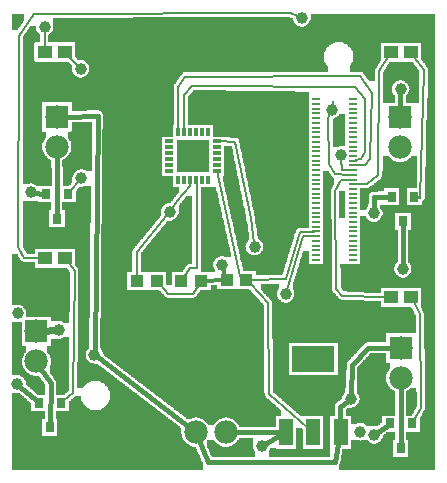
<source format=gtl>
G04 MADE WITH FRITZING*
G04 WWW.FRITZING.ORG*
G04 DOUBLE SIDED*
G04 HOLES PLATED*
G04 CONTOUR ON CENTER OF CONTOUR VECTOR*
%ASAXBY*%
%FSLAX23Y23*%
%MOIN*%
%OFA0B0*%
%SFA1.0B1.0*%
%ADD10C,0.075000*%
%ADD11C,0.078000*%
%ADD12C,0.039370*%
%ADD13R,0.078000X0.078000*%
%ADD14R,0.031496X0.035433*%
%ADD15R,0.047244X0.043307*%
%ADD16R,0.031496X0.011811*%
%ADD17R,0.011811X0.031496*%
%ADD18R,0.048000X0.088000*%
%ADD19R,0.141732X0.086614*%
%ADD20R,0.043307X0.039370*%
%ADD21R,0.027542X0.007875*%
%ADD22R,0.027542X0.007861*%
%ADD23R,0.027542X0.007847*%
%ADD24R,0.027556X0.007875*%
%ADD25R,0.027556X0.007861*%
%ADD26R,0.027556X0.007847*%
%ADD27C,0.016000*%
%ADD28C,0.024000*%
%ADD29C,0.008000*%
%ADD30C,0.012000*%
%LNCOPPER1*%
G90*
G70*
G54D10*
X641Y1089D03*
X759Y1229D03*
X580Y805D03*
X107Y646D03*
X1254Y297D03*
X119Y99D03*
X343Y1412D03*
X1034Y668D03*
G54D11*
X1334Y1216D03*
X1334Y1116D03*
X1336Y448D03*
X1336Y348D03*
X190Y1218D03*
X190Y1118D03*
X122Y503D03*
X122Y403D03*
G54D12*
X1336Y1311D03*
X1170Y278D03*
X1246Y896D03*
X873Y121D03*
X1248Y158D03*
X104Y966D03*
X58Y327D03*
X197Y508D03*
X315Y425D03*
X149Y1517D03*
X1108Y1242D03*
X269Y1378D03*
X272Y1014D03*
X1138Y1091D03*
X1007Y1548D03*
X59Y563D03*
G54D11*
X754Y167D03*
X654Y167D03*
G54D12*
X849Y785D03*
X741Y725D03*
X566Y901D03*
X953Y628D03*
X1343Y712D03*
X1202Y169D03*
G54D13*
X1334Y1216D03*
X1336Y448D03*
X190Y1218D03*
X122Y503D03*
G54D14*
X205Y265D03*
X130Y265D03*
X167Y183D03*
X228Y961D03*
X153Y961D03*
X190Y879D03*
X1374Y196D03*
X1300Y196D03*
X1337Y113D03*
X1381Y952D03*
X1306Y952D03*
X1344Y870D03*
G54D15*
X150Y747D03*
X217Y747D03*
X149Y1435D03*
X216Y1435D03*
X1304Y616D03*
X1371Y616D03*
X1303Y1433D03*
X1370Y1433D03*
G54D16*
X565Y1117D03*
X723Y1058D03*
X723Y1137D03*
X565Y1098D03*
G54D17*
X634Y1167D03*
G54D16*
X565Y1078D03*
X723Y1098D03*
X565Y1058D03*
G54D17*
X673Y1167D03*
G54D16*
X565Y1039D03*
G54D17*
X595Y1167D03*
X595Y1009D03*
G54D16*
X723Y1078D03*
G54D17*
X614Y1009D03*
G54D16*
X723Y1117D03*
G54D17*
X634Y1009D03*
X693Y1167D03*
X654Y1009D03*
X654Y1167D03*
X673Y1009D03*
X614Y1167D03*
X693Y1009D03*
G54D16*
X723Y1039D03*
X565Y1137D03*
G54D18*
X954Y167D03*
X1045Y167D03*
X1136Y167D03*
G54D19*
X1045Y411D03*
G54D20*
X456Y671D03*
X523Y671D03*
X822Y674D03*
X756Y674D03*
X605Y671D03*
X672Y671D03*
G54D21*
X1054Y741D03*
X1054Y757D03*
G54D22*
X1054Y773D03*
X1054Y789D03*
G54D21*
X1054Y804D03*
G54D22*
X1054Y820D03*
X1054Y836D03*
G54D23*
X1054Y852D03*
X1054Y867D03*
G54D22*
X1054Y883D03*
X1054Y899D03*
G54D23*
X1054Y915D03*
G54D22*
X1054Y930D03*
G54D21*
X1054Y946D03*
X1054Y962D03*
X1054Y978D03*
G54D22*
X1054Y993D03*
X1054Y1009D03*
G54D21*
X1054Y1025D03*
X1054Y1041D03*
G54D22*
X1054Y1056D03*
G54D23*
X1054Y1072D03*
X1054Y1088D03*
G54D22*
X1054Y1104D03*
X1054Y1119D03*
X1054Y1135D03*
G54D23*
X1054Y1151D03*
G54D21*
X1054Y1167D03*
X1054Y1182D03*
X1054Y1198D03*
G54D22*
X1054Y1214D03*
X1054Y1230D03*
G54D21*
X1054Y1245D03*
X1054Y1261D03*
G54D22*
X1054Y1277D03*
G54D24*
X1176Y741D03*
X1176Y757D03*
G54D25*
X1176Y773D03*
X1176Y789D03*
G54D24*
X1176Y804D03*
G54D25*
X1176Y820D03*
X1176Y836D03*
G54D26*
X1176Y852D03*
X1176Y867D03*
G54D25*
X1176Y883D03*
X1176Y899D03*
G54D26*
X1176Y915D03*
G54D25*
X1176Y930D03*
G54D24*
X1176Y946D03*
X1176Y962D03*
X1176Y978D03*
G54D25*
X1176Y993D03*
X1176Y1009D03*
G54D24*
X1176Y1025D03*
X1176Y1041D03*
G54D25*
X1176Y1056D03*
G54D26*
X1176Y1072D03*
X1176Y1088D03*
G54D25*
X1176Y1104D03*
X1176Y1119D03*
X1176Y1135D03*
G54D26*
X1176Y1151D03*
G54D24*
X1176Y1167D03*
X1176Y1182D03*
X1176Y1198D03*
G54D25*
X1176Y1214D03*
X1176Y1230D03*
G54D24*
X1176Y1245D03*
X1176Y1261D03*
G54D25*
X1176Y1277D03*
G54D27*
X1227Y448D02*
X1311Y448D01*
D02*
X1174Y390D02*
X1227Y448D01*
D02*
X1170Y292D02*
X1174Y390D01*
D02*
X1246Y910D02*
X1248Y951D01*
D02*
X1248Y951D02*
X1296Y952D01*
D02*
X1159Y270D02*
X1135Y252D01*
D02*
X1135Y252D02*
X1135Y205D01*
D02*
X1335Y1240D02*
X1335Y1297D01*
D02*
X169Y330D02*
X167Y195D01*
D02*
X135Y382D02*
X169Y330D01*
D02*
X316Y438D02*
X326Y1222D01*
D02*
X326Y1222D02*
X215Y1219D01*
D02*
X634Y181D02*
X326Y417D01*
D02*
X68Y318D02*
X120Y274D01*
D02*
X118Y965D02*
X143Y962D01*
D02*
X190Y891D02*
X192Y999D01*
D02*
X192Y999D02*
X190Y1093D01*
D02*
X1259Y166D02*
X1289Y188D01*
D02*
X935Y156D02*
X884Y127D01*
D02*
X1336Y323D02*
X1337Y125D01*
G54D28*
D02*
X178Y506D02*
X152Y505D01*
G54D29*
D02*
X1138Y1009D02*
X1118Y971D01*
D02*
X1404Y249D02*
X1381Y208D01*
D02*
X1399Y561D02*
X1404Y249D01*
D02*
X1380Y600D02*
X1399Y561D01*
D02*
X1122Y644D02*
X1142Y622D01*
D02*
X1118Y971D02*
X1122Y644D01*
D02*
X1142Y622D02*
X1286Y617D01*
D02*
X1168Y1009D02*
X1138Y1009D01*
D02*
X149Y1504D02*
X149Y1451D01*
D02*
X1095Y1214D02*
X1098Y1061D01*
D02*
X1098Y1061D02*
X1118Y1028D01*
D02*
X1102Y1230D02*
X1095Y1214D01*
D02*
X1118Y1028D02*
X1168Y1025D01*
D02*
X1109Y1271D02*
X1108Y1242D01*
D02*
X1140Y1042D02*
X1138Y1078D01*
D02*
X967Y1565D02*
X113Y1562D01*
D02*
X994Y1553D02*
X967Y1565D01*
D02*
X63Y1489D02*
X62Y783D01*
D02*
X62Y783D02*
X82Y749D01*
D02*
X113Y1562D02*
X63Y1489D01*
D02*
X82Y749D02*
X132Y747D01*
D02*
X1168Y1041D02*
X1140Y1042D01*
D02*
X264Y1004D02*
X238Y973D01*
D02*
X231Y1418D02*
X260Y1388D01*
D02*
X244Y298D02*
X215Y274D01*
D02*
X249Y704D02*
X244Y298D01*
D02*
X229Y731D02*
X249Y704D01*
D02*
X894Y597D02*
X897Y294D01*
D02*
X897Y294D02*
X1026Y182D01*
D02*
X1000Y833D02*
X953Y679D01*
D02*
X953Y679D02*
X839Y674D01*
D02*
X836Y660D02*
X894Y597D01*
D02*
X1046Y835D02*
X1000Y833D01*
D02*
X1216Y1058D02*
X1235Y1077D01*
D02*
X1217Y1100D02*
X1204Y1076D01*
D02*
X1184Y1316D02*
X1216Y1278D01*
D02*
X1202Y1354D02*
X618Y1352D01*
D02*
X1241Y1298D02*
X1202Y1354D01*
D02*
X615Y1292D02*
X639Y1320D01*
D02*
X618Y1352D02*
X594Y1317D01*
D02*
X1204Y1076D02*
X1184Y1073D01*
D02*
X1216Y1278D02*
X1217Y1100D01*
D02*
X1235Y1077D02*
X1241Y1298D01*
D02*
X614Y1177D02*
X615Y1292D01*
D02*
X639Y1320D02*
X1184Y1316D01*
D02*
X594Y1317D02*
X595Y1167D01*
D02*
X1184Y1057D02*
X1216Y1058D01*
D02*
X574Y912D02*
X592Y938D01*
D02*
X457Y769D02*
X558Y891D01*
D02*
X633Y989D02*
X634Y1004D01*
D02*
X592Y938D02*
X633Y989D01*
D02*
X456Y685D02*
X457Y769D01*
G54D27*
D02*
X1128Y128D02*
X1116Y66D01*
D02*
X695Y66D02*
X669Y125D01*
G54D29*
D02*
X657Y713D02*
X633Y713D01*
D02*
X657Y989D02*
X657Y713D01*
D02*
X654Y1007D02*
X657Y989D01*
G54D27*
D02*
X669Y125D02*
X662Y143D01*
D02*
X1116Y66D02*
X695Y66D01*
G54D29*
D02*
X633Y713D02*
X614Y685D01*
D02*
X723Y1038D02*
X801Y689D01*
D02*
X801Y689D02*
X806Y685D01*
G54D30*
D02*
X739Y673D02*
X688Y672D01*
G54D29*
D02*
X561Y629D02*
X645Y629D01*
D02*
X536Y656D02*
X561Y629D01*
D02*
X732Y1137D02*
X784Y1135D01*
D02*
X784Y1135D02*
X836Y882D01*
D02*
X836Y882D02*
X845Y824D01*
D02*
X845Y824D02*
X847Y798D01*
D02*
X645Y629D02*
X663Y657D01*
G54D30*
D02*
X744Y712D02*
X751Y688D01*
G54D27*
D02*
X1343Y725D02*
X1343Y858D01*
G54D29*
D02*
X1402Y949D02*
X1391Y951D01*
D02*
X1413Y1374D02*
X1402Y949D01*
D02*
X1382Y1417D02*
X1413Y1374D01*
D02*
X1265Y1371D02*
X1261Y1023D01*
D02*
X1225Y995D02*
X1184Y994D01*
D02*
X1261Y1023D02*
X1225Y995D01*
D02*
X1293Y1417D02*
X1265Y1371D01*
G54D27*
D02*
X778Y167D02*
X935Y167D01*
G54D29*
D02*
X956Y641D02*
X1012Y820D01*
D02*
X1012Y820D02*
X1046Y820D01*
G36*
X40Y1562D02*
X40Y1508D01*
X60Y1508D01*
X60Y1512D01*
X62Y1512D01*
X62Y1514D01*
X64Y1514D01*
X64Y1516D01*
X66Y1516D01*
X66Y1520D01*
X68Y1520D01*
X68Y1522D01*
X70Y1522D01*
X70Y1526D01*
X72Y1526D01*
X72Y1528D01*
X74Y1528D01*
X74Y1532D01*
X76Y1532D01*
X76Y1534D01*
X78Y1534D01*
X78Y1538D01*
X80Y1538D01*
X80Y1540D01*
X82Y1540D01*
X82Y1562D01*
X40Y1562D01*
G37*
D02*
G36*
X1300Y1402D02*
X1300Y1400D01*
X1298Y1400D01*
X1298Y1396D01*
X1296Y1396D01*
X1296Y1394D01*
X1294Y1394D01*
X1294Y1390D01*
X1292Y1390D01*
X1292Y1386D01*
X1290Y1386D01*
X1290Y1384D01*
X1288Y1384D01*
X1288Y1380D01*
X1286Y1380D01*
X1286Y1376D01*
X1284Y1376D01*
X1284Y1374D01*
X1282Y1374D01*
X1282Y1370D01*
X1280Y1370D01*
X1280Y1366D01*
X1278Y1366D01*
X1278Y1340D01*
X1342Y1340D01*
X1342Y1338D01*
X1346Y1338D01*
X1346Y1336D01*
X1350Y1336D01*
X1350Y1334D01*
X1352Y1334D01*
X1352Y1332D01*
X1354Y1332D01*
X1354Y1330D01*
X1356Y1330D01*
X1356Y1328D01*
X1358Y1328D01*
X1358Y1326D01*
X1360Y1326D01*
X1360Y1324D01*
X1362Y1324D01*
X1362Y1320D01*
X1364Y1320D01*
X1364Y1312D01*
X1366Y1312D01*
X1366Y1308D01*
X1364Y1308D01*
X1364Y1300D01*
X1362Y1300D01*
X1362Y1296D01*
X1360Y1296D01*
X1360Y1294D01*
X1358Y1294D01*
X1358Y1292D01*
X1356Y1292D01*
X1356Y1290D01*
X1354Y1290D01*
X1354Y1264D01*
X1396Y1264D01*
X1396Y1282D01*
X1398Y1282D01*
X1398Y1372D01*
X1396Y1372D01*
X1396Y1374D01*
X1394Y1374D01*
X1394Y1378D01*
X1392Y1378D01*
X1392Y1380D01*
X1390Y1380D01*
X1390Y1384D01*
X1388Y1384D01*
X1388Y1386D01*
X1386Y1386D01*
X1386Y1388D01*
X1384Y1388D01*
X1384Y1392D01*
X1382Y1392D01*
X1382Y1394D01*
X1380Y1394D01*
X1380Y1396D01*
X1378Y1396D01*
X1378Y1400D01*
X1376Y1400D01*
X1376Y1402D01*
X1300Y1402D01*
G37*
D02*
G36*
X1278Y1340D02*
X1278Y1264D01*
X1316Y1264D01*
X1316Y1266D01*
X1318Y1266D01*
X1318Y1288D01*
X1316Y1288D01*
X1316Y1290D01*
X1314Y1290D01*
X1314Y1292D01*
X1312Y1292D01*
X1312Y1296D01*
X1310Y1296D01*
X1310Y1298D01*
X1308Y1298D01*
X1308Y1304D01*
X1306Y1304D01*
X1306Y1316D01*
X1308Y1316D01*
X1308Y1322D01*
X1310Y1322D01*
X1310Y1326D01*
X1312Y1326D01*
X1312Y1328D01*
X1314Y1328D01*
X1314Y1330D01*
X1316Y1330D01*
X1316Y1332D01*
X1318Y1332D01*
X1318Y1334D01*
X1322Y1334D01*
X1322Y1336D01*
X1324Y1336D01*
X1324Y1338D01*
X1330Y1338D01*
X1330Y1340D01*
X1278Y1340D01*
G37*
D02*
G36*
X1132Y1228D02*
X1132Y1226D01*
X1130Y1226D01*
X1130Y1222D01*
X1128Y1222D01*
X1128Y1220D01*
X1124Y1220D01*
X1124Y1218D01*
X1122Y1218D01*
X1122Y1216D01*
X1118Y1216D01*
X1118Y1214D01*
X1114Y1214D01*
X1114Y1212D01*
X1110Y1212D01*
X1110Y1118D01*
X1130Y1118D01*
X1130Y1120D01*
X1152Y1120D01*
X1152Y1228D01*
X1132Y1228D01*
G37*
D02*
G36*
X240Y1202D02*
X240Y1170D01*
X238Y1170D01*
X238Y1168D01*
X226Y1168D01*
X226Y1148D01*
X228Y1148D01*
X228Y1144D01*
X230Y1144D01*
X230Y1142D01*
X232Y1142D01*
X232Y1138D01*
X234Y1138D01*
X234Y1136D01*
X236Y1136D01*
X236Y1130D01*
X238Y1130D01*
X238Y1118D01*
X240Y1118D01*
X240Y1116D01*
X238Y1116D01*
X238Y1106D01*
X236Y1106D01*
X236Y1100D01*
X234Y1100D01*
X234Y1096D01*
X232Y1096D01*
X232Y1094D01*
X230Y1094D01*
X230Y1090D01*
X228Y1090D01*
X228Y1088D01*
X226Y1088D01*
X226Y1086D01*
X224Y1086D01*
X224Y1084D01*
X222Y1084D01*
X222Y1082D01*
X220Y1082D01*
X220Y1080D01*
X218Y1080D01*
X218Y1078D01*
X216Y1078D01*
X216Y1076D01*
X212Y1076D01*
X212Y1074D01*
X208Y1074D01*
X208Y1050D01*
X210Y1050D01*
X210Y1044D01*
X278Y1044D01*
X278Y1042D01*
X284Y1042D01*
X284Y1040D01*
X286Y1040D01*
X286Y1038D01*
X306Y1038D01*
X306Y1178D01*
X308Y1178D01*
X308Y1202D01*
X240Y1202D01*
G37*
D02*
G36*
X210Y1044D02*
X210Y988D01*
X232Y988D01*
X232Y990D01*
X234Y990D01*
X234Y992D01*
X236Y992D01*
X236Y994D01*
X238Y994D01*
X238Y996D01*
X240Y996D01*
X240Y998D01*
X242Y998D01*
X242Y1016D01*
X244Y1016D01*
X244Y1024D01*
X246Y1024D01*
X246Y1028D01*
X248Y1028D01*
X248Y1030D01*
X250Y1030D01*
X250Y1032D01*
X252Y1032D01*
X252Y1034D01*
X254Y1034D01*
X254Y1036D01*
X256Y1036D01*
X256Y1038D01*
X258Y1038D01*
X258Y1040D01*
X262Y1040D01*
X262Y1042D01*
X266Y1042D01*
X266Y1044D01*
X210Y1044D01*
G37*
D02*
G36*
X590Y1140D02*
X590Y1034D01*
X696Y1034D01*
X696Y1140D01*
X590Y1140D01*
G37*
D02*
G36*
X644Y1306D02*
X644Y1302D01*
X642Y1302D01*
X642Y1300D01*
X640Y1300D01*
X640Y1298D01*
X638Y1298D01*
X638Y1296D01*
X636Y1296D01*
X636Y1294D01*
X634Y1294D01*
X634Y1292D01*
X632Y1292D01*
X632Y1290D01*
X630Y1290D01*
X630Y1286D01*
X628Y1286D01*
X628Y1192D01*
X710Y1192D01*
X710Y1152D01*
X748Y1152D01*
X748Y1150D01*
X768Y1150D01*
X768Y1148D01*
X790Y1148D01*
X790Y1146D01*
X794Y1146D01*
X794Y1144D01*
X796Y1144D01*
X796Y1140D01*
X798Y1140D01*
X798Y1132D01*
X800Y1132D01*
X800Y1122D01*
X802Y1122D01*
X802Y1112D01*
X804Y1112D01*
X804Y1102D01*
X806Y1102D01*
X806Y1092D01*
X808Y1092D01*
X808Y1082D01*
X810Y1082D01*
X810Y1074D01*
X812Y1074D01*
X812Y1064D01*
X814Y1064D01*
X814Y1054D01*
X816Y1054D01*
X816Y1044D01*
X818Y1044D01*
X818Y1034D01*
X820Y1034D01*
X820Y1024D01*
X822Y1024D01*
X822Y1014D01*
X824Y1014D01*
X824Y1004D01*
X826Y1004D01*
X826Y994D01*
X828Y994D01*
X828Y984D01*
X830Y984D01*
X830Y974D01*
X832Y974D01*
X832Y966D01*
X834Y966D01*
X834Y956D01*
X836Y956D01*
X836Y946D01*
X838Y946D01*
X838Y936D01*
X840Y936D01*
X840Y926D01*
X842Y926D01*
X842Y916D01*
X844Y916D01*
X844Y906D01*
X846Y906D01*
X846Y896D01*
X848Y896D01*
X848Y886D01*
X850Y886D01*
X850Y874D01*
X852Y874D01*
X852Y862D01*
X854Y862D01*
X854Y848D01*
X856Y848D01*
X856Y836D01*
X858Y836D01*
X858Y822D01*
X860Y822D01*
X860Y810D01*
X864Y810D01*
X864Y808D01*
X866Y808D01*
X866Y806D01*
X868Y806D01*
X868Y804D01*
X870Y804D01*
X870Y802D01*
X872Y802D01*
X872Y800D01*
X874Y800D01*
X874Y796D01*
X876Y796D01*
X876Y792D01*
X878Y792D01*
X878Y778D01*
X876Y778D01*
X876Y772D01*
X874Y772D01*
X874Y770D01*
X872Y770D01*
X872Y768D01*
X870Y768D01*
X870Y764D01*
X866Y764D01*
X866Y762D01*
X864Y762D01*
X864Y760D01*
X862Y760D01*
X862Y758D01*
X858Y758D01*
X858Y756D01*
X962Y756D01*
X962Y760D01*
X964Y760D01*
X964Y766D01*
X966Y766D01*
X966Y774D01*
X968Y774D01*
X968Y780D01*
X970Y780D01*
X970Y786D01*
X972Y786D01*
X972Y792D01*
X974Y792D01*
X974Y800D01*
X976Y800D01*
X976Y806D01*
X978Y806D01*
X978Y812D01*
X980Y812D01*
X980Y820D01*
X982Y820D01*
X982Y826D01*
X984Y826D01*
X984Y832D01*
X986Y832D01*
X986Y838D01*
X988Y838D01*
X988Y842D01*
X990Y842D01*
X990Y844D01*
X994Y844D01*
X994Y846D01*
X1010Y846D01*
X1010Y848D01*
X1030Y848D01*
X1030Y1302D01*
X984Y1302D01*
X984Y1304D01*
X754Y1304D01*
X754Y1306D01*
X644Y1306D01*
G37*
D02*
G36*
X748Y1120D02*
X748Y1022D01*
X744Y1022D01*
X744Y1002D01*
X746Y1002D01*
X746Y994D01*
X748Y994D01*
X748Y984D01*
X750Y984D01*
X750Y976D01*
X752Y976D01*
X752Y966D01*
X754Y966D01*
X754Y958D01*
X756Y958D01*
X756Y948D01*
X758Y948D01*
X758Y940D01*
X760Y940D01*
X760Y930D01*
X762Y930D01*
X762Y922D01*
X764Y922D01*
X764Y912D01*
X766Y912D01*
X766Y904D01*
X768Y904D01*
X768Y894D01*
X770Y894D01*
X770Y886D01*
X772Y886D01*
X772Y876D01*
X774Y876D01*
X774Y868D01*
X776Y868D01*
X776Y858D01*
X778Y858D01*
X778Y850D01*
X780Y850D01*
X780Y840D01*
X782Y840D01*
X782Y832D01*
X784Y832D01*
X784Y824D01*
X786Y824D01*
X786Y814D01*
X788Y814D01*
X788Y806D01*
X790Y806D01*
X790Y796D01*
X792Y796D01*
X792Y788D01*
X794Y788D01*
X794Y778D01*
X796Y778D01*
X796Y770D01*
X798Y770D01*
X798Y760D01*
X800Y760D01*
X800Y756D01*
X840Y756D01*
X840Y758D01*
X836Y758D01*
X836Y760D01*
X832Y760D01*
X832Y762D01*
X830Y762D01*
X830Y764D01*
X828Y764D01*
X828Y766D01*
X826Y766D01*
X826Y768D01*
X824Y768D01*
X824Y772D01*
X822Y772D01*
X822Y776D01*
X820Y776D01*
X820Y784D01*
X818Y784D01*
X818Y786D01*
X820Y786D01*
X820Y794D01*
X822Y794D01*
X822Y798D01*
X824Y798D01*
X824Y800D01*
X826Y800D01*
X826Y804D01*
X828Y804D01*
X828Y806D01*
X830Y806D01*
X830Y834D01*
X828Y834D01*
X828Y846D01*
X826Y846D01*
X826Y860D01*
X824Y860D01*
X824Y872D01*
X822Y872D01*
X822Y884D01*
X820Y884D01*
X820Y894D01*
X818Y894D01*
X818Y904D01*
X816Y904D01*
X816Y914D01*
X814Y914D01*
X814Y922D01*
X812Y922D01*
X812Y932D01*
X810Y932D01*
X810Y942D01*
X808Y942D01*
X808Y952D01*
X806Y952D01*
X806Y962D01*
X804Y962D01*
X804Y972D01*
X802Y972D01*
X802Y982D01*
X800Y982D01*
X800Y992D01*
X798Y992D01*
X798Y1002D01*
X796Y1002D01*
X796Y1012D01*
X794Y1012D01*
X794Y1022D01*
X792Y1022D01*
X792Y1030D01*
X790Y1030D01*
X790Y1040D01*
X788Y1040D01*
X788Y1050D01*
X786Y1050D01*
X786Y1060D01*
X784Y1060D01*
X784Y1070D01*
X782Y1070D01*
X782Y1080D01*
X780Y1080D01*
X780Y1090D01*
X778Y1090D01*
X778Y1100D01*
X776Y1100D01*
X776Y1110D01*
X774Y1110D01*
X774Y1120D01*
X748Y1120D01*
G37*
D02*
G36*
X800Y756D02*
X800Y754D01*
X962Y754D01*
X962Y756D01*
X800Y756D01*
G37*
D02*
G36*
X800Y756D02*
X800Y754D01*
X962Y754D01*
X962Y756D01*
X800Y756D01*
G37*
D02*
G36*
X800Y754D02*
X800Y752D01*
X802Y752D01*
X802Y742D01*
X804Y742D01*
X804Y734D01*
X806Y734D01*
X806Y724D01*
X808Y724D01*
X808Y716D01*
X810Y716D01*
X810Y706D01*
X812Y706D01*
X812Y704D01*
X854Y704D01*
X854Y690D01*
X918Y690D01*
X918Y692D01*
X942Y692D01*
X942Y694D01*
X944Y694D01*
X944Y700D01*
X946Y700D01*
X946Y708D01*
X948Y708D01*
X948Y714D01*
X950Y714D01*
X950Y720D01*
X952Y720D01*
X952Y728D01*
X954Y728D01*
X954Y734D01*
X956Y734D01*
X956Y740D01*
X958Y740D01*
X958Y746D01*
X960Y746D01*
X960Y754D01*
X800Y754D01*
G37*
D02*
G36*
X670Y984D02*
X670Y754D01*
X748Y754D01*
X748Y752D01*
X752Y752D01*
X752Y750D01*
X772Y750D01*
X772Y758D01*
X770Y758D01*
X770Y766D01*
X768Y766D01*
X768Y776D01*
X766Y776D01*
X766Y784D01*
X764Y784D01*
X764Y794D01*
X762Y794D01*
X762Y802D01*
X760Y802D01*
X760Y810D01*
X758Y810D01*
X758Y820D01*
X756Y820D01*
X756Y828D01*
X754Y828D01*
X754Y838D01*
X752Y838D01*
X752Y846D01*
X750Y846D01*
X750Y856D01*
X748Y856D01*
X748Y864D01*
X746Y864D01*
X746Y874D01*
X744Y874D01*
X744Y882D01*
X742Y882D01*
X742Y892D01*
X740Y892D01*
X740Y900D01*
X738Y900D01*
X738Y910D01*
X736Y910D01*
X736Y918D01*
X734Y918D01*
X734Y928D01*
X732Y928D01*
X732Y936D01*
X730Y936D01*
X730Y946D01*
X728Y946D01*
X728Y954D01*
X726Y954D01*
X726Y964D01*
X724Y964D01*
X724Y972D01*
X722Y972D01*
X722Y982D01*
X720Y982D01*
X720Y984D01*
X670Y984D01*
G37*
D02*
G36*
X670Y754D02*
X670Y700D01*
X718Y700D01*
X718Y708D01*
X716Y708D01*
X716Y712D01*
X714Y712D01*
X714Y716D01*
X712Y716D01*
X712Y724D01*
X710Y724D01*
X710Y726D01*
X712Y726D01*
X712Y734D01*
X714Y734D01*
X714Y738D01*
X716Y738D01*
X716Y740D01*
X718Y740D01*
X718Y744D01*
X720Y744D01*
X720Y746D01*
X722Y746D01*
X722Y748D01*
X726Y748D01*
X726Y750D01*
X728Y750D01*
X728Y752D01*
X734Y752D01*
X734Y754D01*
X670Y754D01*
G37*
D02*
G36*
X1132Y970D02*
X1132Y880D01*
X1152Y880D01*
X1152Y970D01*
X1132Y970D01*
G37*
D02*
G36*
X622Y954D02*
X622Y952D01*
X620Y952D01*
X620Y950D01*
X618Y950D01*
X618Y946D01*
X616Y946D01*
X616Y944D01*
X614Y944D01*
X614Y942D01*
X612Y942D01*
X612Y940D01*
X610Y940D01*
X610Y936D01*
X608Y936D01*
X608Y934D01*
X606Y934D01*
X606Y932D01*
X604Y932D01*
X604Y930D01*
X602Y930D01*
X602Y926D01*
X600Y926D01*
X600Y924D01*
X598Y924D01*
X598Y920D01*
X596Y920D01*
X596Y894D01*
X594Y894D01*
X594Y890D01*
X592Y890D01*
X592Y886D01*
X590Y886D01*
X590Y884D01*
X588Y884D01*
X588Y882D01*
X586Y882D01*
X586Y880D01*
X584Y880D01*
X584Y878D01*
X582Y878D01*
X582Y876D01*
X578Y876D01*
X578Y874D01*
X574Y874D01*
X574Y872D01*
X560Y872D01*
X560Y870D01*
X558Y870D01*
X558Y868D01*
X556Y868D01*
X556Y866D01*
X554Y866D01*
X554Y862D01*
X552Y862D01*
X552Y860D01*
X550Y860D01*
X550Y858D01*
X548Y858D01*
X548Y856D01*
X546Y856D01*
X546Y854D01*
X544Y854D01*
X544Y850D01*
X542Y850D01*
X542Y848D01*
X540Y848D01*
X540Y846D01*
X538Y846D01*
X538Y844D01*
X536Y844D01*
X536Y842D01*
X534Y842D01*
X534Y838D01*
X532Y838D01*
X532Y836D01*
X530Y836D01*
X530Y834D01*
X528Y834D01*
X528Y832D01*
X526Y832D01*
X526Y830D01*
X524Y830D01*
X524Y826D01*
X522Y826D01*
X522Y824D01*
X520Y824D01*
X520Y822D01*
X518Y822D01*
X518Y820D01*
X516Y820D01*
X516Y818D01*
X514Y818D01*
X514Y814D01*
X512Y814D01*
X512Y812D01*
X510Y812D01*
X510Y810D01*
X508Y810D01*
X508Y808D01*
X506Y808D01*
X506Y806D01*
X504Y806D01*
X504Y802D01*
X502Y802D01*
X502Y800D01*
X500Y800D01*
X500Y798D01*
X498Y798D01*
X498Y796D01*
X496Y796D01*
X496Y794D01*
X494Y794D01*
X494Y790D01*
X492Y790D01*
X492Y788D01*
X490Y788D01*
X490Y786D01*
X488Y786D01*
X488Y784D01*
X486Y784D01*
X486Y782D01*
X484Y782D01*
X484Y778D01*
X482Y778D01*
X482Y776D01*
X480Y776D01*
X480Y774D01*
X478Y774D01*
X478Y772D01*
X476Y772D01*
X476Y768D01*
X474Y768D01*
X474Y766D01*
X472Y766D01*
X472Y764D01*
X470Y764D01*
X470Y700D01*
X554Y700D01*
X554Y656D01*
X574Y656D01*
X574Y700D01*
X608Y700D01*
X608Y702D01*
X610Y702D01*
X610Y706D01*
X612Y706D01*
X612Y708D01*
X614Y708D01*
X614Y712D01*
X616Y712D01*
X616Y714D01*
X618Y714D01*
X618Y718D01*
X620Y718D01*
X620Y720D01*
X622Y720D01*
X622Y722D01*
X624Y722D01*
X624Y724D01*
X626Y724D01*
X626Y726D01*
X642Y726D01*
X642Y954D01*
X622Y954D01*
G37*
D02*
G36*
X40Y760D02*
X40Y592D01*
X66Y592D01*
X66Y590D01*
X70Y590D01*
X70Y588D01*
X74Y588D01*
X74Y586D01*
X76Y586D01*
X76Y584D01*
X78Y584D01*
X78Y582D01*
X80Y582D01*
X80Y580D01*
X82Y580D01*
X82Y578D01*
X84Y578D01*
X84Y574D01*
X86Y574D01*
X86Y570D01*
X88Y570D01*
X88Y552D01*
X170Y552D01*
X170Y550D01*
X172Y550D01*
X172Y536D01*
X206Y536D01*
X206Y534D01*
X210Y534D01*
X210Y532D01*
X232Y532D01*
X232Y566D01*
X234Y566D01*
X234Y702D01*
X232Y702D01*
X232Y704D01*
X230Y704D01*
X230Y706D01*
X228Y706D01*
X228Y710D01*
X226Y710D01*
X226Y712D01*
X224Y712D01*
X224Y714D01*
X116Y714D01*
X116Y734D01*
X78Y734D01*
X78Y736D01*
X74Y736D01*
X74Y738D01*
X72Y738D01*
X72Y740D01*
X70Y740D01*
X70Y742D01*
X68Y742D01*
X68Y746D01*
X66Y746D01*
X66Y748D01*
X64Y748D01*
X64Y752D01*
X62Y752D01*
X62Y756D01*
X60Y756D01*
X60Y760D01*
X40Y760D01*
G37*
D02*
G36*
X40Y534D02*
X40Y356D01*
X66Y356D01*
X66Y354D01*
X70Y354D01*
X70Y352D01*
X74Y352D01*
X74Y350D01*
X76Y350D01*
X76Y348D01*
X78Y348D01*
X78Y346D01*
X80Y346D01*
X80Y344D01*
X82Y344D01*
X82Y342D01*
X84Y342D01*
X84Y338D01*
X86Y338D01*
X86Y332D01*
X88Y332D01*
X88Y324D01*
X90Y324D01*
X90Y322D01*
X92Y322D01*
X92Y320D01*
X94Y320D01*
X94Y318D01*
X98Y318D01*
X98Y316D01*
X100Y316D01*
X100Y314D01*
X102Y314D01*
X102Y312D01*
X104Y312D01*
X104Y310D01*
X106Y310D01*
X106Y308D01*
X108Y308D01*
X108Y306D01*
X112Y306D01*
X112Y304D01*
X114Y304D01*
X114Y302D01*
X116Y302D01*
X116Y300D01*
X118Y300D01*
X118Y298D01*
X120Y298D01*
X120Y296D01*
X122Y296D01*
X122Y294D01*
X124Y294D01*
X124Y292D01*
X150Y292D01*
X150Y328D01*
X148Y328D01*
X148Y330D01*
X146Y330D01*
X146Y334D01*
X144Y334D01*
X144Y336D01*
X142Y336D01*
X142Y340D01*
X140Y340D01*
X140Y342D01*
X138Y342D01*
X138Y346D01*
X136Y346D01*
X136Y348D01*
X134Y348D01*
X134Y352D01*
X132Y352D01*
X132Y354D01*
X112Y354D01*
X112Y356D01*
X106Y356D01*
X106Y358D01*
X102Y358D01*
X102Y360D01*
X98Y360D01*
X98Y362D01*
X96Y362D01*
X96Y364D01*
X92Y364D01*
X92Y366D01*
X90Y366D01*
X90Y368D01*
X88Y368D01*
X88Y370D01*
X86Y370D01*
X86Y372D01*
X84Y372D01*
X84Y376D01*
X82Y376D01*
X82Y378D01*
X80Y378D01*
X80Y382D01*
X78Y382D01*
X78Y386D01*
X76Y386D01*
X76Y392D01*
X74Y392D01*
X74Y414D01*
X76Y414D01*
X76Y420D01*
X78Y420D01*
X78Y422D01*
X80Y422D01*
X80Y426D01*
X82Y426D01*
X82Y430D01*
X84Y430D01*
X84Y432D01*
X86Y432D01*
X86Y434D01*
X88Y434D01*
X88Y454D01*
X74Y454D01*
X74Y534D01*
X40Y534D01*
G37*
D02*
G36*
X212Y484D02*
X212Y482D01*
X210Y482D01*
X210Y480D01*
X204Y480D01*
X204Y478D01*
X172Y478D01*
X172Y454D01*
X156Y454D01*
X156Y434D01*
X158Y434D01*
X158Y432D01*
X160Y432D01*
X160Y430D01*
X162Y430D01*
X162Y426D01*
X164Y426D01*
X164Y424D01*
X166Y424D01*
X166Y420D01*
X168Y420D01*
X168Y414D01*
X170Y414D01*
X170Y404D01*
X172Y404D01*
X172Y400D01*
X170Y400D01*
X170Y390D01*
X168Y390D01*
X168Y362D01*
X170Y362D01*
X170Y360D01*
X172Y360D01*
X172Y356D01*
X174Y356D01*
X174Y354D01*
X176Y354D01*
X176Y350D01*
X178Y350D01*
X178Y346D01*
X180Y346D01*
X180Y344D01*
X182Y344D01*
X182Y340D01*
X184Y340D01*
X184Y338D01*
X186Y338D01*
X186Y292D01*
X216Y292D01*
X216Y294D01*
X218Y294D01*
X218Y296D01*
X222Y296D01*
X222Y298D01*
X224Y298D01*
X224Y300D01*
X226Y300D01*
X226Y302D01*
X228Y302D01*
X228Y304D01*
X230Y304D01*
X230Y402D01*
X232Y402D01*
X232Y484D01*
X212Y484D01*
G37*
D02*
G36*
X1234Y430D02*
X1234Y428D01*
X1232Y428D01*
X1232Y424D01*
X1230Y424D01*
X1230Y422D01*
X1228Y422D01*
X1228Y420D01*
X1226Y420D01*
X1226Y418D01*
X1224Y418D01*
X1224Y416D01*
X1222Y416D01*
X1222Y414D01*
X1220Y414D01*
X1220Y412D01*
X1218Y412D01*
X1218Y410D01*
X1216Y410D01*
X1216Y408D01*
X1214Y408D01*
X1214Y406D01*
X1212Y406D01*
X1212Y404D01*
X1210Y404D01*
X1210Y402D01*
X1208Y402D01*
X1208Y400D01*
X1206Y400D01*
X1206Y398D01*
X1204Y398D01*
X1204Y394D01*
X1202Y394D01*
X1202Y392D01*
X1200Y392D01*
X1200Y390D01*
X1198Y390D01*
X1198Y388D01*
X1196Y388D01*
X1196Y386D01*
X1194Y386D01*
X1194Y384D01*
X1192Y384D01*
X1192Y372D01*
X1190Y372D01*
X1190Y296D01*
X1192Y296D01*
X1192Y294D01*
X1194Y294D01*
X1194Y292D01*
X1196Y292D01*
X1196Y288D01*
X1198Y288D01*
X1198Y282D01*
X1200Y282D01*
X1200Y274D01*
X1198Y274D01*
X1198Y268D01*
X1196Y268D01*
X1196Y264D01*
X1194Y264D01*
X1194Y262D01*
X1192Y262D01*
X1192Y258D01*
X1190Y258D01*
X1190Y256D01*
X1186Y256D01*
X1186Y254D01*
X1184Y254D01*
X1184Y252D01*
X1180Y252D01*
X1180Y250D01*
X1174Y250D01*
X1174Y248D01*
X1158Y248D01*
X1158Y246D01*
X1156Y246D01*
X1156Y244D01*
X1154Y244D01*
X1154Y220D01*
X1170Y220D01*
X1170Y198D01*
X1208Y198D01*
X1208Y196D01*
X1214Y196D01*
X1214Y194D01*
X1216Y194D01*
X1216Y192D01*
X1220Y192D01*
X1220Y190D01*
X1222Y190D01*
X1222Y188D01*
X1224Y188D01*
X1224Y186D01*
X1246Y186D01*
X1246Y188D01*
X1260Y188D01*
X1260Y190D01*
X1264Y190D01*
X1264Y192D01*
X1266Y192D01*
X1266Y194D01*
X1268Y194D01*
X1268Y196D01*
X1272Y196D01*
X1272Y198D01*
X1274Y198D01*
X1274Y222D01*
X1318Y222D01*
X1318Y304D01*
X1314Y304D01*
X1314Y306D01*
X1310Y306D01*
X1310Y308D01*
X1308Y308D01*
X1308Y310D01*
X1306Y310D01*
X1306Y312D01*
X1302Y312D01*
X1302Y314D01*
X1300Y314D01*
X1300Y318D01*
X1298Y318D01*
X1298Y320D01*
X1296Y320D01*
X1296Y322D01*
X1294Y322D01*
X1294Y326D01*
X1292Y326D01*
X1292Y330D01*
X1290Y330D01*
X1290Y334D01*
X1288Y334D01*
X1288Y342D01*
X1286Y342D01*
X1286Y352D01*
X1288Y352D01*
X1288Y360D01*
X1290Y360D01*
X1290Y366D01*
X1292Y366D01*
X1292Y368D01*
X1294Y368D01*
X1294Y372D01*
X1296Y372D01*
X1296Y376D01*
X1298Y376D01*
X1298Y378D01*
X1300Y378D01*
X1300Y398D01*
X1286Y398D01*
X1286Y430D01*
X1234Y430D01*
G37*
D02*
G36*
X1170Y198D02*
X1170Y194D01*
X1190Y194D01*
X1190Y196D01*
X1194Y196D01*
X1194Y198D01*
X1170Y198D01*
G37*
D02*
G36*
X1368Y314D02*
X1368Y312D01*
X1366Y312D01*
X1366Y310D01*
X1364Y310D01*
X1364Y308D01*
X1362Y308D01*
X1362Y306D01*
X1358Y306D01*
X1358Y304D01*
X1354Y304D01*
X1354Y222D01*
X1374Y222D01*
X1374Y226D01*
X1376Y226D01*
X1376Y230D01*
X1378Y230D01*
X1378Y232D01*
X1380Y232D01*
X1380Y236D01*
X1382Y236D01*
X1382Y240D01*
X1384Y240D01*
X1384Y244D01*
X1386Y244D01*
X1386Y248D01*
X1388Y248D01*
X1388Y252D01*
X1390Y252D01*
X1390Y300D01*
X1388Y300D01*
X1388Y314D01*
X1368Y314D01*
G37*
D02*
G36*
X282Y988D02*
X282Y986D01*
X276Y986D01*
X276Y984D01*
X264Y984D01*
X264Y982D01*
X262Y982D01*
X262Y978D01*
X260Y978D01*
X260Y976D01*
X258Y976D01*
X258Y974D01*
X256Y974D01*
X256Y972D01*
X254Y972D01*
X254Y934D01*
X208Y934D01*
X208Y906D01*
X216Y906D01*
X216Y850D01*
X302Y850D01*
X302Y864D01*
X304Y864D01*
X304Y988D01*
X282Y988D01*
G37*
D02*
G36*
X76Y938D02*
X76Y850D01*
X164Y850D01*
X164Y906D01*
X172Y906D01*
X172Y934D01*
X128Y934D01*
X128Y936D01*
X98Y936D01*
X98Y938D01*
X76Y938D01*
G37*
D02*
G36*
X76Y850D02*
X76Y848D01*
X302Y848D01*
X302Y850D01*
X76Y850D01*
G37*
D02*
G36*
X76Y850D02*
X76Y848D01*
X302Y848D01*
X302Y850D01*
X76Y850D01*
G37*
D02*
G36*
X76Y848D02*
X76Y784D01*
X78Y784D01*
X78Y780D01*
X80Y780D01*
X80Y778D01*
X250Y778D01*
X250Y724D01*
X252Y724D01*
X252Y722D01*
X254Y722D01*
X254Y718D01*
X256Y718D01*
X256Y716D01*
X258Y716D01*
X258Y714D01*
X260Y714D01*
X260Y710D01*
X262Y710D01*
X262Y564D01*
X260Y564D01*
X260Y400D01*
X258Y400D01*
X258Y338D01*
X326Y338D01*
X326Y336D01*
X334Y336D01*
X334Y334D01*
X338Y334D01*
X338Y332D01*
X342Y332D01*
X342Y330D01*
X346Y330D01*
X346Y328D01*
X348Y328D01*
X348Y326D01*
X350Y326D01*
X350Y324D01*
X352Y324D01*
X352Y322D01*
X354Y322D01*
X354Y320D01*
X356Y320D01*
X356Y318D01*
X358Y318D01*
X358Y316D01*
X360Y316D01*
X360Y312D01*
X362Y312D01*
X362Y308D01*
X364Y308D01*
X364Y304D01*
X366Y304D01*
X366Y296D01*
X368Y296D01*
X368Y282D01*
X366Y282D01*
X366Y274D01*
X364Y274D01*
X364Y268D01*
X362Y268D01*
X362Y266D01*
X360Y266D01*
X360Y262D01*
X358Y262D01*
X358Y260D01*
X356Y260D01*
X356Y256D01*
X354Y256D01*
X354Y254D01*
X352Y254D01*
X352Y252D01*
X350Y252D01*
X350Y250D01*
X346Y250D01*
X346Y248D01*
X344Y248D01*
X344Y246D01*
X340Y246D01*
X340Y244D01*
X336Y244D01*
X336Y242D01*
X332Y242D01*
X332Y240D01*
X526Y240D01*
X526Y242D01*
X524Y242D01*
X524Y244D01*
X520Y244D01*
X520Y246D01*
X518Y246D01*
X518Y248D01*
X516Y248D01*
X516Y250D01*
X514Y250D01*
X514Y252D01*
X510Y252D01*
X510Y254D01*
X508Y254D01*
X508Y256D01*
X506Y256D01*
X506Y258D01*
X502Y258D01*
X502Y260D01*
X500Y260D01*
X500Y262D01*
X498Y262D01*
X498Y264D01*
X494Y264D01*
X494Y266D01*
X492Y266D01*
X492Y268D01*
X490Y268D01*
X490Y270D01*
X486Y270D01*
X486Y272D01*
X484Y272D01*
X484Y274D01*
X482Y274D01*
X482Y276D01*
X478Y276D01*
X478Y278D01*
X476Y278D01*
X476Y280D01*
X474Y280D01*
X474Y282D01*
X472Y282D01*
X472Y284D01*
X468Y284D01*
X468Y286D01*
X466Y286D01*
X466Y288D01*
X464Y288D01*
X464Y290D01*
X460Y290D01*
X460Y292D01*
X458Y292D01*
X458Y294D01*
X456Y294D01*
X456Y296D01*
X452Y296D01*
X452Y298D01*
X450Y298D01*
X450Y300D01*
X448Y300D01*
X448Y302D01*
X444Y302D01*
X444Y304D01*
X442Y304D01*
X442Y306D01*
X440Y306D01*
X440Y308D01*
X438Y308D01*
X438Y310D01*
X434Y310D01*
X434Y312D01*
X432Y312D01*
X432Y314D01*
X430Y314D01*
X430Y316D01*
X426Y316D01*
X426Y318D01*
X424Y318D01*
X424Y320D01*
X422Y320D01*
X422Y322D01*
X418Y322D01*
X418Y324D01*
X416Y324D01*
X416Y326D01*
X414Y326D01*
X414Y328D01*
X410Y328D01*
X410Y330D01*
X408Y330D01*
X408Y332D01*
X406Y332D01*
X406Y334D01*
X402Y334D01*
X402Y336D01*
X400Y336D01*
X400Y338D01*
X398Y338D01*
X398Y340D01*
X396Y340D01*
X396Y342D01*
X392Y342D01*
X392Y344D01*
X390Y344D01*
X390Y346D01*
X388Y346D01*
X388Y348D01*
X384Y348D01*
X384Y350D01*
X382Y350D01*
X382Y352D01*
X380Y352D01*
X380Y354D01*
X376Y354D01*
X376Y356D01*
X374Y356D01*
X374Y358D01*
X372Y358D01*
X372Y360D01*
X368Y360D01*
X368Y362D01*
X366Y362D01*
X366Y364D01*
X364Y364D01*
X364Y366D01*
X362Y366D01*
X362Y368D01*
X358Y368D01*
X358Y370D01*
X356Y370D01*
X356Y372D01*
X354Y372D01*
X354Y374D01*
X350Y374D01*
X350Y376D01*
X348Y376D01*
X348Y378D01*
X346Y378D01*
X346Y380D01*
X342Y380D01*
X342Y382D01*
X340Y382D01*
X340Y384D01*
X338Y384D01*
X338Y386D01*
X334Y386D01*
X334Y388D01*
X332Y388D01*
X332Y390D01*
X330Y390D01*
X330Y392D01*
X328Y392D01*
X328Y394D01*
X314Y394D01*
X314Y396D01*
X306Y396D01*
X306Y398D01*
X302Y398D01*
X302Y400D01*
X300Y400D01*
X300Y402D01*
X296Y402D01*
X296Y404D01*
X294Y404D01*
X294Y406D01*
X292Y406D01*
X292Y410D01*
X290Y410D01*
X290Y412D01*
X288Y412D01*
X288Y418D01*
X286Y418D01*
X286Y432D01*
X288Y432D01*
X288Y436D01*
X290Y436D01*
X290Y440D01*
X292Y440D01*
X292Y442D01*
X294Y442D01*
X294Y444D01*
X296Y444D01*
X296Y446D01*
X298Y446D01*
X298Y548D01*
X300Y548D01*
X300Y706D01*
X302Y706D01*
X302Y848D01*
X76Y848D01*
G37*
D02*
G36*
X82Y778D02*
X82Y774D01*
X84Y774D01*
X84Y770D01*
X86Y770D01*
X86Y766D01*
X88Y766D01*
X88Y764D01*
X90Y764D01*
X90Y762D01*
X116Y762D01*
X116Y778D01*
X82Y778D01*
G37*
D02*
G36*
X258Y338D02*
X258Y314D01*
X278Y314D01*
X278Y316D01*
X280Y316D01*
X280Y320D01*
X282Y320D01*
X282Y322D01*
X284Y322D01*
X284Y324D01*
X286Y324D01*
X286Y326D01*
X290Y326D01*
X290Y328D01*
X292Y328D01*
X292Y330D01*
X296Y330D01*
X296Y332D01*
X298Y332D01*
X298Y334D01*
X304Y334D01*
X304Y336D01*
X310Y336D01*
X310Y338D01*
X258Y338D01*
G37*
D02*
G36*
X40Y298D02*
X40Y154D01*
X142Y154D01*
X142Y210D01*
X150Y210D01*
X150Y238D01*
X104Y238D01*
X104Y264D01*
X102Y264D01*
X102Y266D01*
X100Y266D01*
X100Y268D01*
X98Y268D01*
X98Y270D01*
X96Y270D01*
X96Y272D01*
X92Y272D01*
X92Y274D01*
X90Y274D01*
X90Y276D01*
X88Y276D01*
X88Y278D01*
X86Y278D01*
X86Y280D01*
X84Y280D01*
X84Y282D01*
X82Y282D01*
X82Y284D01*
X80Y284D01*
X80Y286D01*
X76Y286D01*
X76Y288D01*
X74Y288D01*
X74Y290D01*
X72Y290D01*
X72Y292D01*
X70Y292D01*
X70Y294D01*
X68Y294D01*
X68Y296D01*
X66Y296D01*
X66Y298D01*
X40Y298D01*
G37*
D02*
G36*
X250Y286D02*
X250Y284D01*
X248Y284D01*
X248Y282D01*
X246Y282D01*
X246Y280D01*
X244Y280D01*
X244Y278D01*
X242Y278D01*
X242Y276D01*
X238Y276D01*
X238Y274D01*
X236Y274D01*
X236Y272D01*
X234Y272D01*
X234Y270D01*
X232Y270D01*
X232Y268D01*
X230Y268D01*
X230Y240D01*
X306Y240D01*
X306Y242D01*
X300Y242D01*
X300Y244D01*
X296Y244D01*
X296Y246D01*
X292Y246D01*
X292Y248D01*
X290Y248D01*
X290Y250D01*
X288Y250D01*
X288Y252D01*
X286Y252D01*
X286Y254D01*
X284Y254D01*
X284Y256D01*
X282Y256D01*
X282Y258D01*
X280Y258D01*
X280Y260D01*
X278Y260D01*
X278Y262D01*
X276Y262D01*
X276Y266D01*
X274Y266D01*
X274Y270D01*
X272Y270D01*
X272Y276D01*
X270Y276D01*
X270Y286D01*
X250Y286D01*
G37*
D02*
G36*
X230Y240D02*
X230Y238D01*
X528Y238D01*
X528Y240D01*
X230Y240D01*
G37*
D02*
G36*
X230Y240D02*
X230Y238D01*
X528Y238D01*
X528Y240D01*
X230Y240D01*
G37*
D02*
G36*
X186Y238D02*
X186Y210D01*
X192Y210D01*
X192Y154D01*
X606Y154D01*
X606Y162D01*
X604Y162D01*
X604Y182D01*
X602Y182D01*
X602Y184D01*
X600Y184D01*
X600Y186D01*
X596Y186D01*
X596Y188D01*
X594Y188D01*
X594Y190D01*
X592Y190D01*
X592Y192D01*
X590Y192D01*
X590Y194D01*
X586Y194D01*
X586Y196D01*
X584Y196D01*
X584Y198D01*
X582Y198D01*
X582Y200D01*
X578Y200D01*
X578Y202D01*
X576Y202D01*
X576Y204D01*
X574Y204D01*
X574Y206D01*
X570Y206D01*
X570Y208D01*
X568Y208D01*
X568Y210D01*
X566Y210D01*
X566Y212D01*
X562Y212D01*
X562Y214D01*
X560Y214D01*
X560Y216D01*
X558Y216D01*
X558Y218D01*
X554Y218D01*
X554Y220D01*
X552Y220D01*
X552Y222D01*
X550Y222D01*
X550Y224D01*
X548Y224D01*
X548Y226D01*
X544Y226D01*
X544Y228D01*
X542Y228D01*
X542Y230D01*
X540Y230D01*
X540Y232D01*
X536Y232D01*
X536Y234D01*
X534Y234D01*
X534Y236D01*
X532Y236D01*
X532Y238D01*
X186Y238D01*
G37*
D02*
G36*
X40Y154D02*
X40Y152D01*
X608Y152D01*
X608Y154D01*
X40Y154D01*
G37*
D02*
G36*
X40Y154D02*
X40Y152D01*
X608Y152D01*
X608Y154D01*
X40Y154D01*
G37*
D02*
G36*
X40Y152D02*
X40Y40D01*
X678Y40D01*
X678Y62D01*
X676Y62D01*
X676Y68D01*
X674Y68D01*
X674Y72D01*
X672Y72D01*
X672Y76D01*
X670Y76D01*
X670Y80D01*
X668Y80D01*
X668Y84D01*
X666Y84D01*
X666Y90D01*
X664Y90D01*
X664Y94D01*
X662Y94D01*
X662Y98D01*
X660Y98D01*
X660Y102D01*
X658Y102D01*
X658Y106D01*
X656Y106D01*
X656Y112D01*
X654Y112D01*
X654Y116D01*
X652Y116D01*
X652Y118D01*
X642Y118D01*
X642Y120D01*
X638Y120D01*
X638Y122D01*
X634Y122D01*
X634Y124D01*
X630Y124D01*
X630Y126D01*
X626Y126D01*
X626Y128D01*
X624Y128D01*
X624Y130D01*
X622Y130D01*
X622Y132D01*
X620Y132D01*
X620Y134D01*
X618Y134D01*
X618Y136D01*
X616Y136D01*
X616Y138D01*
X614Y138D01*
X614Y142D01*
X612Y142D01*
X612Y144D01*
X610Y144D01*
X610Y148D01*
X608Y148D01*
X608Y152D01*
X40Y152D01*
G37*
D02*
G36*
X798Y148D02*
X798Y146D01*
X796Y146D01*
X796Y142D01*
X794Y142D01*
X794Y140D01*
X792Y140D01*
X792Y136D01*
X790Y136D01*
X790Y134D01*
X788Y134D01*
X788Y132D01*
X786Y132D01*
X786Y130D01*
X784Y130D01*
X784Y128D01*
X780Y128D01*
X780Y126D01*
X778Y126D01*
X778Y124D01*
X774Y124D01*
X774Y122D01*
X770Y122D01*
X770Y120D01*
X764Y120D01*
X764Y118D01*
X844Y118D01*
X844Y148D01*
X798Y148D01*
G37*
D02*
G36*
X694Y142D02*
X694Y140D01*
X692Y140D01*
X692Y118D01*
X742Y118D01*
X742Y120D01*
X738Y120D01*
X738Y122D01*
X734Y122D01*
X734Y124D01*
X730Y124D01*
X730Y126D01*
X726Y126D01*
X726Y128D01*
X724Y128D01*
X724Y130D01*
X722Y130D01*
X722Y132D01*
X720Y132D01*
X720Y134D01*
X718Y134D01*
X718Y136D01*
X716Y136D01*
X716Y138D01*
X714Y138D01*
X714Y142D01*
X694Y142D01*
G37*
D02*
G36*
X692Y118D02*
X692Y116D01*
X844Y116D01*
X844Y118D01*
X692Y118D01*
G37*
D02*
G36*
X692Y118D02*
X692Y116D01*
X844Y116D01*
X844Y118D01*
X692Y118D01*
G37*
D02*
G36*
X692Y116D02*
X692Y114D01*
X694Y114D01*
X694Y110D01*
X696Y110D01*
X696Y106D01*
X698Y106D01*
X698Y102D01*
X700Y102D01*
X700Y96D01*
X702Y96D01*
X702Y92D01*
X704Y92D01*
X704Y88D01*
X706Y88D01*
X706Y84D01*
X850Y84D01*
X850Y104D01*
X848Y104D01*
X848Y108D01*
X846Y108D01*
X846Y112D01*
X844Y112D01*
X844Y116D01*
X692Y116D01*
G37*
D02*
G36*
X1036Y1562D02*
X1036Y1540D01*
X1034Y1540D01*
X1034Y1536D01*
X1032Y1536D01*
X1032Y1532D01*
X1030Y1532D01*
X1030Y1530D01*
X1028Y1530D01*
X1028Y1528D01*
X1026Y1528D01*
X1026Y1526D01*
X1024Y1526D01*
X1024Y1524D01*
X1022Y1524D01*
X1022Y1522D01*
X1018Y1522D01*
X1018Y1520D01*
X1014Y1520D01*
X1014Y1518D01*
X1452Y1518D01*
X1452Y1562D01*
X1036Y1562D01*
G37*
D02*
G36*
X444Y1550D02*
X444Y1548D01*
X176Y1548D01*
X176Y1524D01*
X178Y1524D01*
X178Y1518D01*
X1000Y1518D01*
X1000Y1520D01*
X994Y1520D01*
X994Y1522D01*
X992Y1522D01*
X992Y1524D01*
X988Y1524D01*
X988Y1526D01*
X986Y1526D01*
X986Y1528D01*
X984Y1528D01*
X984Y1532D01*
X982Y1532D01*
X982Y1534D01*
X980Y1534D01*
X980Y1538D01*
X978Y1538D01*
X978Y1544D01*
X976Y1544D01*
X976Y1546D01*
X972Y1546D01*
X972Y1548D01*
X968Y1548D01*
X968Y1550D01*
X444Y1550D01*
G37*
D02*
G36*
X100Y1520D02*
X100Y1518D01*
X98Y1518D01*
X98Y1514D01*
X96Y1514D01*
X96Y1512D01*
X94Y1512D01*
X94Y1508D01*
X92Y1508D01*
X92Y1506D01*
X90Y1506D01*
X90Y1502D01*
X88Y1502D01*
X88Y1500D01*
X86Y1500D01*
X86Y1496D01*
X84Y1496D01*
X84Y1494D01*
X82Y1494D01*
X82Y1490D01*
X80Y1490D01*
X80Y1488D01*
X78Y1488D01*
X78Y1484D01*
X76Y1484D01*
X76Y1348D01*
X264Y1348D01*
X264Y1350D01*
X258Y1350D01*
X258Y1352D01*
X256Y1352D01*
X256Y1354D01*
X252Y1354D01*
X252Y1356D01*
X250Y1356D01*
X250Y1358D01*
X248Y1358D01*
X248Y1360D01*
X246Y1360D01*
X246Y1362D01*
X244Y1362D01*
X244Y1366D01*
X242Y1366D01*
X242Y1370D01*
X240Y1370D01*
X240Y1390D01*
X238Y1390D01*
X238Y1392D01*
X236Y1392D01*
X236Y1394D01*
X234Y1394D01*
X234Y1396D01*
X232Y1396D01*
X232Y1398D01*
X230Y1398D01*
X230Y1400D01*
X228Y1400D01*
X228Y1402D01*
X116Y1402D01*
X116Y1404D01*
X114Y1404D01*
X114Y1464D01*
X116Y1464D01*
X116Y1466D01*
X134Y1466D01*
X134Y1494D01*
X130Y1494D01*
X130Y1496D01*
X128Y1496D01*
X128Y1498D01*
X126Y1498D01*
X126Y1502D01*
X124Y1502D01*
X124Y1504D01*
X122Y1504D01*
X122Y1508D01*
X120Y1508D01*
X120Y1520D01*
X100Y1520D01*
G37*
D02*
G36*
X178Y1518D02*
X178Y1516D01*
X1452Y1516D01*
X1452Y1518D01*
X178Y1518D01*
G37*
D02*
G36*
X178Y1518D02*
X178Y1516D01*
X1452Y1516D01*
X1452Y1518D01*
X178Y1518D01*
G37*
D02*
G36*
X178Y1516D02*
X178Y1508D01*
X176Y1508D01*
X176Y1504D01*
X174Y1504D01*
X174Y1502D01*
X172Y1502D01*
X172Y1498D01*
X170Y1498D01*
X170Y1496D01*
X168Y1496D01*
X168Y1494D01*
X164Y1494D01*
X164Y1492D01*
X162Y1492D01*
X162Y1468D01*
X1134Y1468D01*
X1134Y1466D01*
X1144Y1466D01*
X1144Y1464D01*
X1404Y1464D01*
X1404Y1408D01*
X1406Y1408D01*
X1406Y1406D01*
X1408Y1406D01*
X1408Y1404D01*
X1410Y1404D01*
X1410Y1400D01*
X1412Y1400D01*
X1412Y1398D01*
X1414Y1398D01*
X1414Y1396D01*
X1416Y1396D01*
X1416Y1392D01*
X1418Y1392D01*
X1418Y1390D01*
X1420Y1390D01*
X1420Y1386D01*
X1422Y1386D01*
X1422Y1384D01*
X1424Y1384D01*
X1424Y1382D01*
X1426Y1382D01*
X1426Y1376D01*
X1428Y1376D01*
X1428Y1358D01*
X1426Y1358D01*
X1426Y1282D01*
X1424Y1282D01*
X1424Y1206D01*
X1422Y1206D01*
X1422Y1130D01*
X1420Y1130D01*
X1420Y1052D01*
X1418Y1052D01*
X1418Y976D01*
X1416Y976D01*
X1416Y944D01*
X1414Y944D01*
X1414Y940D01*
X1412Y940D01*
X1412Y938D01*
X1410Y938D01*
X1410Y936D01*
X1406Y936D01*
X1406Y924D01*
X1452Y924D01*
X1452Y1516D01*
X178Y1516D01*
G37*
D02*
G36*
X162Y1468D02*
X162Y1466D01*
X250Y1466D01*
X250Y1418D01*
X252Y1418D01*
X252Y1416D01*
X254Y1416D01*
X254Y1414D01*
X256Y1414D01*
X256Y1410D01*
X258Y1410D01*
X258Y1408D01*
X274Y1408D01*
X274Y1406D01*
X280Y1406D01*
X280Y1404D01*
X284Y1404D01*
X284Y1402D01*
X286Y1402D01*
X286Y1400D01*
X288Y1400D01*
X288Y1398D01*
X290Y1398D01*
X290Y1396D01*
X292Y1396D01*
X292Y1394D01*
X294Y1394D01*
X294Y1390D01*
X296Y1390D01*
X296Y1386D01*
X298Y1386D01*
X298Y1370D01*
X296Y1370D01*
X296Y1366D01*
X294Y1366D01*
X294Y1362D01*
X292Y1362D01*
X292Y1360D01*
X290Y1360D01*
X290Y1358D01*
X288Y1358D01*
X288Y1356D01*
X286Y1356D01*
X286Y1354D01*
X282Y1354D01*
X282Y1352D01*
X280Y1352D01*
X280Y1350D01*
X274Y1350D01*
X274Y1348D01*
X598Y1348D01*
X598Y1350D01*
X600Y1350D01*
X600Y1352D01*
X602Y1352D01*
X602Y1354D01*
X604Y1354D01*
X604Y1358D01*
X606Y1358D01*
X606Y1360D01*
X608Y1360D01*
X608Y1362D01*
X610Y1362D01*
X610Y1364D01*
X612Y1364D01*
X612Y1366D01*
X1094Y1366D01*
X1094Y1386D01*
X1092Y1386D01*
X1092Y1388D01*
X1090Y1388D01*
X1090Y1390D01*
X1088Y1390D01*
X1088Y1394D01*
X1086Y1394D01*
X1086Y1398D01*
X1084Y1398D01*
X1084Y1402D01*
X1082Y1402D01*
X1082Y1408D01*
X1080Y1408D01*
X1080Y1428D01*
X1082Y1428D01*
X1082Y1434D01*
X1084Y1434D01*
X1084Y1438D01*
X1086Y1438D01*
X1086Y1442D01*
X1088Y1442D01*
X1088Y1446D01*
X1090Y1446D01*
X1090Y1448D01*
X1092Y1448D01*
X1092Y1450D01*
X1094Y1450D01*
X1094Y1452D01*
X1096Y1452D01*
X1096Y1454D01*
X1098Y1454D01*
X1098Y1456D01*
X1100Y1456D01*
X1100Y1458D01*
X1104Y1458D01*
X1104Y1460D01*
X1106Y1460D01*
X1106Y1462D01*
X1110Y1462D01*
X1110Y1464D01*
X1116Y1464D01*
X1116Y1466D01*
X1126Y1466D01*
X1126Y1468D01*
X162Y1468D01*
G37*
D02*
G36*
X1148Y1464D02*
X1148Y1462D01*
X1152Y1462D01*
X1152Y1460D01*
X1156Y1460D01*
X1156Y1458D01*
X1158Y1458D01*
X1158Y1456D01*
X1160Y1456D01*
X1160Y1454D01*
X1162Y1454D01*
X1162Y1452D01*
X1164Y1452D01*
X1164Y1450D01*
X1166Y1450D01*
X1166Y1448D01*
X1168Y1448D01*
X1168Y1446D01*
X1170Y1446D01*
X1170Y1442D01*
X1172Y1442D01*
X1172Y1440D01*
X1174Y1440D01*
X1174Y1436D01*
X1176Y1436D01*
X1176Y1430D01*
X1178Y1430D01*
X1178Y1406D01*
X1176Y1406D01*
X1176Y1400D01*
X1174Y1400D01*
X1174Y1396D01*
X1172Y1396D01*
X1172Y1392D01*
X1170Y1392D01*
X1170Y1390D01*
X1168Y1390D01*
X1168Y1388D01*
X1166Y1388D01*
X1166Y1368D01*
X1204Y1368D01*
X1204Y1366D01*
X1210Y1366D01*
X1210Y1364D01*
X1212Y1364D01*
X1212Y1362D01*
X1214Y1362D01*
X1214Y1358D01*
X1216Y1358D01*
X1216Y1356D01*
X1218Y1356D01*
X1218Y1354D01*
X1220Y1354D01*
X1220Y1350D01*
X1222Y1350D01*
X1222Y1348D01*
X1224Y1348D01*
X1224Y1344D01*
X1226Y1344D01*
X1226Y1342D01*
X1228Y1342D01*
X1228Y1340D01*
X1230Y1340D01*
X1230Y1336D01*
X1250Y1336D01*
X1250Y1372D01*
X1252Y1372D01*
X1252Y1378D01*
X1254Y1378D01*
X1254Y1382D01*
X1256Y1382D01*
X1256Y1384D01*
X1258Y1384D01*
X1258Y1388D01*
X1260Y1388D01*
X1260Y1392D01*
X1262Y1392D01*
X1262Y1394D01*
X1264Y1394D01*
X1264Y1398D01*
X1266Y1398D01*
X1266Y1402D01*
X1268Y1402D01*
X1268Y1404D01*
X1270Y1404D01*
X1270Y1464D01*
X1148Y1464D01*
G37*
D02*
G36*
X76Y1348D02*
X76Y1346D01*
X598Y1346D01*
X598Y1348D01*
X76Y1348D01*
G37*
D02*
G36*
X76Y1348D02*
X76Y1346D01*
X598Y1346D01*
X598Y1348D01*
X76Y1348D01*
G37*
D02*
G36*
X76Y1346D02*
X76Y1266D01*
X240Y1266D01*
X240Y1240D01*
X332Y1240D01*
X332Y1238D01*
X336Y1238D01*
X336Y1236D01*
X338Y1236D01*
X338Y1234D01*
X340Y1234D01*
X340Y1232D01*
X342Y1232D01*
X342Y1226D01*
X344Y1226D01*
X344Y1178D01*
X342Y1178D01*
X342Y1020D01*
X340Y1020D01*
X340Y862D01*
X338Y862D01*
X338Y704D01*
X336Y704D01*
X336Y614D01*
X558Y614D01*
X558Y616D01*
X554Y616D01*
X554Y618D01*
X550Y618D01*
X550Y620D01*
X548Y620D01*
X548Y622D01*
X546Y622D01*
X546Y626D01*
X544Y626D01*
X544Y628D01*
X542Y628D01*
X542Y630D01*
X540Y630D01*
X540Y632D01*
X538Y632D01*
X538Y634D01*
X536Y634D01*
X536Y636D01*
X534Y636D01*
X534Y638D01*
X532Y638D01*
X532Y640D01*
X424Y640D01*
X424Y700D01*
X442Y700D01*
X442Y772D01*
X444Y772D01*
X444Y776D01*
X446Y776D01*
X446Y780D01*
X448Y780D01*
X448Y782D01*
X450Y782D01*
X450Y784D01*
X452Y784D01*
X452Y786D01*
X454Y786D01*
X454Y788D01*
X456Y788D01*
X456Y792D01*
X458Y792D01*
X458Y794D01*
X460Y794D01*
X460Y796D01*
X462Y796D01*
X462Y798D01*
X464Y798D01*
X464Y800D01*
X466Y800D01*
X466Y804D01*
X468Y804D01*
X468Y806D01*
X470Y806D01*
X470Y808D01*
X472Y808D01*
X472Y810D01*
X474Y810D01*
X474Y812D01*
X476Y812D01*
X476Y816D01*
X478Y816D01*
X478Y818D01*
X480Y818D01*
X480Y820D01*
X482Y820D01*
X482Y822D01*
X484Y822D01*
X484Y824D01*
X486Y824D01*
X486Y828D01*
X488Y828D01*
X488Y830D01*
X490Y830D01*
X490Y832D01*
X492Y832D01*
X492Y834D01*
X494Y834D01*
X494Y836D01*
X496Y836D01*
X496Y840D01*
X498Y840D01*
X498Y842D01*
X500Y842D01*
X500Y844D01*
X502Y844D01*
X502Y846D01*
X504Y846D01*
X504Y848D01*
X506Y848D01*
X506Y852D01*
X508Y852D01*
X508Y854D01*
X510Y854D01*
X510Y856D01*
X512Y856D01*
X512Y858D01*
X514Y858D01*
X514Y862D01*
X516Y862D01*
X516Y864D01*
X518Y864D01*
X518Y866D01*
X520Y866D01*
X520Y868D01*
X522Y868D01*
X522Y870D01*
X524Y870D01*
X524Y874D01*
X526Y874D01*
X526Y876D01*
X528Y876D01*
X528Y878D01*
X530Y878D01*
X530Y880D01*
X532Y880D01*
X532Y882D01*
X534Y882D01*
X534Y886D01*
X536Y886D01*
X536Y904D01*
X538Y904D01*
X538Y910D01*
X540Y910D01*
X540Y914D01*
X542Y914D01*
X542Y918D01*
X544Y918D01*
X544Y920D01*
X546Y920D01*
X546Y922D01*
X548Y922D01*
X548Y924D01*
X550Y924D01*
X550Y926D01*
X554Y926D01*
X554Y928D01*
X558Y928D01*
X558Y930D01*
X570Y930D01*
X570Y932D01*
X572Y932D01*
X572Y936D01*
X574Y936D01*
X574Y938D01*
X576Y938D01*
X576Y942D01*
X578Y942D01*
X578Y944D01*
X580Y944D01*
X580Y946D01*
X582Y946D01*
X582Y950D01*
X584Y950D01*
X584Y952D01*
X586Y952D01*
X586Y954D01*
X588Y954D01*
X588Y956D01*
X590Y956D01*
X590Y960D01*
X592Y960D01*
X592Y962D01*
X594Y962D01*
X594Y964D01*
X596Y964D01*
X596Y984D01*
X578Y984D01*
X578Y1022D01*
X540Y1022D01*
X540Y1152D01*
X578Y1152D01*
X578Y1192D01*
X580Y1192D01*
X580Y1322D01*
X582Y1322D01*
X582Y1326D01*
X584Y1326D01*
X584Y1328D01*
X586Y1328D01*
X586Y1332D01*
X588Y1332D01*
X588Y1334D01*
X590Y1334D01*
X590Y1338D01*
X592Y1338D01*
X592Y1340D01*
X594Y1340D01*
X594Y1344D01*
X596Y1344D01*
X596Y1346D01*
X76Y1346D01*
G37*
D02*
G36*
X76Y1266D02*
X76Y996D01*
X108Y996D01*
X108Y994D01*
X114Y994D01*
X114Y992D01*
X118Y992D01*
X118Y990D01*
X120Y990D01*
X120Y988D01*
X174Y988D01*
X174Y1048D01*
X172Y1048D01*
X172Y1074D01*
X168Y1074D01*
X168Y1076D01*
X166Y1076D01*
X166Y1078D01*
X162Y1078D01*
X162Y1080D01*
X160Y1080D01*
X160Y1082D01*
X158Y1082D01*
X158Y1084D01*
X156Y1084D01*
X156Y1086D01*
X154Y1086D01*
X154Y1088D01*
X152Y1088D01*
X152Y1090D01*
X150Y1090D01*
X150Y1094D01*
X148Y1094D01*
X148Y1096D01*
X146Y1096D01*
X146Y1100D01*
X144Y1100D01*
X144Y1106D01*
X142Y1106D01*
X142Y1130D01*
X144Y1130D01*
X144Y1134D01*
X146Y1134D01*
X146Y1138D01*
X148Y1138D01*
X148Y1142D01*
X150Y1142D01*
X150Y1144D01*
X152Y1144D01*
X152Y1148D01*
X154Y1148D01*
X154Y1168D01*
X142Y1168D01*
X142Y1266D01*
X76Y1266D01*
G37*
D02*
G36*
X240Y1240D02*
X240Y1238D01*
X292Y1238D01*
X292Y1240D01*
X240Y1240D01*
G37*
D02*
G36*
X1276Y1088D02*
X1276Y1066D01*
X1328Y1066D01*
X1328Y1068D01*
X1320Y1068D01*
X1320Y1070D01*
X1316Y1070D01*
X1316Y1072D01*
X1312Y1072D01*
X1312Y1074D01*
X1308Y1074D01*
X1308Y1076D01*
X1306Y1076D01*
X1306Y1078D01*
X1304Y1078D01*
X1304Y1080D01*
X1302Y1080D01*
X1302Y1082D01*
X1300Y1082D01*
X1300Y1084D01*
X1298Y1084D01*
X1298Y1086D01*
X1296Y1086D01*
X1296Y1088D01*
X1276Y1088D01*
G37*
D02*
G36*
X1372Y1088D02*
X1372Y1086D01*
X1370Y1086D01*
X1370Y1082D01*
X1368Y1082D01*
X1368Y1080D01*
X1364Y1080D01*
X1364Y1078D01*
X1362Y1078D01*
X1362Y1076D01*
X1360Y1076D01*
X1360Y1074D01*
X1356Y1074D01*
X1356Y1072D01*
X1354Y1072D01*
X1354Y1070D01*
X1348Y1070D01*
X1348Y1068D01*
X1342Y1068D01*
X1342Y1066D01*
X1392Y1066D01*
X1392Y1088D01*
X1372Y1088D01*
G37*
D02*
G36*
X1276Y1066D02*
X1276Y1064D01*
X1392Y1064D01*
X1392Y1066D01*
X1276Y1066D01*
G37*
D02*
G36*
X1276Y1066D02*
X1276Y1064D01*
X1392Y1064D01*
X1392Y1066D01*
X1276Y1066D01*
G37*
D02*
G36*
X1276Y1064D02*
X1276Y1038D01*
X1274Y1038D01*
X1274Y1016D01*
X1272Y1016D01*
X1272Y1014D01*
X1270Y1014D01*
X1270Y1012D01*
X1268Y1012D01*
X1268Y1010D01*
X1266Y1010D01*
X1266Y1008D01*
X1264Y1008D01*
X1264Y1006D01*
X1260Y1006D01*
X1260Y1004D01*
X1258Y1004D01*
X1258Y1002D01*
X1256Y1002D01*
X1256Y1000D01*
X1254Y1000D01*
X1254Y998D01*
X1250Y998D01*
X1250Y996D01*
X1248Y996D01*
X1248Y994D01*
X1246Y994D01*
X1246Y992D01*
X1242Y992D01*
X1242Y990D01*
X1240Y990D01*
X1240Y988D01*
X1238Y988D01*
X1238Y986D01*
X1234Y986D01*
X1234Y984D01*
X1232Y984D01*
X1232Y982D01*
X1226Y982D01*
X1226Y980D01*
X1332Y980D01*
X1332Y924D01*
X1356Y924D01*
X1356Y980D01*
X1390Y980D01*
X1390Y1052D01*
X1392Y1052D01*
X1392Y1064D01*
X1276Y1064D01*
G37*
D02*
G36*
X76Y996D02*
X76Y994D01*
X100Y994D01*
X100Y996D01*
X76Y996D01*
G37*
D02*
G36*
X1200Y980D02*
X1200Y906D01*
X1220Y906D01*
X1220Y910D01*
X1222Y910D01*
X1222Y912D01*
X1224Y912D01*
X1224Y916D01*
X1226Y916D01*
X1226Y918D01*
X1228Y918D01*
X1228Y928D01*
X1230Y928D01*
X1230Y958D01*
X1232Y958D01*
X1232Y960D01*
X1234Y960D01*
X1234Y964D01*
X1236Y964D01*
X1236Y966D01*
X1240Y966D01*
X1240Y968D01*
X1260Y968D01*
X1260Y970D01*
X1280Y970D01*
X1280Y980D01*
X1200Y980D01*
G37*
D02*
G36*
X1268Y924D02*
X1268Y922D01*
X1452Y922D01*
X1452Y924D01*
X1268Y924D01*
G37*
D02*
G36*
X1268Y924D02*
X1268Y922D01*
X1452Y922D01*
X1452Y924D01*
X1268Y924D01*
G37*
D02*
G36*
X1268Y922D02*
X1268Y912D01*
X1270Y912D01*
X1270Y910D01*
X1272Y910D01*
X1272Y906D01*
X1274Y906D01*
X1274Y902D01*
X1276Y902D01*
X1276Y898D01*
X1368Y898D01*
X1368Y896D01*
X1370Y896D01*
X1370Y842D01*
X1362Y842D01*
X1362Y732D01*
X1364Y732D01*
X1364Y730D01*
X1366Y730D01*
X1366Y728D01*
X1368Y728D01*
X1368Y724D01*
X1370Y724D01*
X1370Y720D01*
X1372Y720D01*
X1372Y702D01*
X1370Y702D01*
X1370Y698D01*
X1368Y698D01*
X1368Y696D01*
X1366Y696D01*
X1366Y694D01*
X1364Y694D01*
X1364Y690D01*
X1360Y690D01*
X1360Y688D01*
X1358Y688D01*
X1358Y686D01*
X1356Y686D01*
X1356Y684D01*
X1350Y684D01*
X1350Y682D01*
X1452Y682D01*
X1452Y922D01*
X1268Y922D01*
G37*
D02*
G36*
X1276Y898D02*
X1276Y890D01*
X1274Y890D01*
X1274Y886D01*
X1272Y886D01*
X1272Y882D01*
X1270Y882D01*
X1270Y880D01*
X1268Y880D01*
X1268Y876D01*
X1266Y876D01*
X1266Y874D01*
X1262Y874D01*
X1262Y872D01*
X1260Y872D01*
X1260Y870D01*
X1256Y870D01*
X1256Y868D01*
X1252Y868D01*
X1252Y866D01*
X1318Y866D01*
X1318Y898D01*
X1276Y898D01*
G37*
D02*
G36*
X1200Y886D02*
X1200Y866D01*
X1240Y866D01*
X1240Y868D01*
X1236Y868D01*
X1236Y870D01*
X1232Y870D01*
X1232Y872D01*
X1230Y872D01*
X1230Y874D01*
X1226Y874D01*
X1226Y876D01*
X1224Y876D01*
X1224Y880D01*
X1222Y880D01*
X1222Y882D01*
X1220Y882D01*
X1220Y886D01*
X1200Y886D01*
G37*
D02*
G36*
X1200Y866D02*
X1200Y864D01*
X1318Y864D01*
X1318Y866D01*
X1200Y866D01*
G37*
D02*
G36*
X1200Y866D02*
X1200Y864D01*
X1318Y864D01*
X1318Y866D01*
X1200Y866D01*
G37*
D02*
G36*
X1200Y864D02*
X1200Y728D01*
X1134Y728D01*
X1134Y714D01*
X1136Y714D01*
X1136Y682D01*
X1336Y682D01*
X1336Y684D01*
X1332Y684D01*
X1332Y686D01*
X1328Y686D01*
X1328Y688D01*
X1326Y688D01*
X1326Y690D01*
X1324Y690D01*
X1324Y692D01*
X1322Y692D01*
X1322Y694D01*
X1320Y694D01*
X1320Y696D01*
X1318Y696D01*
X1318Y700D01*
X1316Y700D01*
X1316Y704D01*
X1314Y704D01*
X1314Y718D01*
X1316Y718D01*
X1316Y724D01*
X1318Y724D01*
X1318Y726D01*
X1320Y726D01*
X1320Y730D01*
X1322Y730D01*
X1322Y732D01*
X1324Y732D01*
X1324Y734D01*
X1326Y734D01*
X1326Y842D01*
X1318Y842D01*
X1318Y864D01*
X1200Y864D01*
G37*
D02*
G36*
X1136Y682D02*
X1136Y680D01*
X1452Y680D01*
X1452Y682D01*
X1136Y682D01*
G37*
D02*
G36*
X1136Y682D02*
X1136Y680D01*
X1452Y680D01*
X1452Y682D01*
X1136Y682D01*
G37*
D02*
G36*
X1136Y680D02*
X1136Y648D01*
X1404Y648D01*
X1404Y580D01*
X1406Y580D01*
X1406Y576D01*
X1408Y576D01*
X1408Y572D01*
X1410Y572D01*
X1410Y568D01*
X1412Y568D01*
X1412Y564D01*
X1414Y564D01*
X1414Y444D01*
X1416Y444D01*
X1416Y300D01*
X1418Y300D01*
X1418Y244D01*
X1416Y244D01*
X1416Y240D01*
X1414Y240D01*
X1414Y236D01*
X1412Y236D01*
X1412Y234D01*
X1410Y234D01*
X1410Y230D01*
X1408Y230D01*
X1408Y226D01*
X1406Y226D01*
X1406Y222D01*
X1404Y222D01*
X1404Y218D01*
X1402Y218D01*
X1402Y214D01*
X1400Y214D01*
X1400Y168D01*
X1354Y168D01*
X1354Y140D01*
X1362Y140D01*
X1362Y84D01*
X1452Y84D01*
X1452Y680D01*
X1136Y680D01*
G37*
D02*
G36*
X704Y656D02*
X704Y642D01*
X670Y642D01*
X670Y640D01*
X668Y640D01*
X668Y638D01*
X666Y638D01*
X666Y634D01*
X664Y634D01*
X664Y632D01*
X662Y632D01*
X662Y628D01*
X660Y628D01*
X660Y626D01*
X658Y626D01*
X658Y622D01*
X656Y622D01*
X656Y620D01*
X654Y620D01*
X654Y618D01*
X652Y618D01*
X652Y616D01*
X648Y616D01*
X648Y614D01*
X858Y614D01*
X858Y616D01*
X856Y616D01*
X856Y618D01*
X854Y618D01*
X854Y620D01*
X852Y620D01*
X852Y622D01*
X850Y622D01*
X850Y624D01*
X848Y624D01*
X848Y626D01*
X846Y626D01*
X846Y628D01*
X844Y628D01*
X844Y630D01*
X842Y630D01*
X842Y632D01*
X840Y632D01*
X840Y634D01*
X838Y634D01*
X838Y638D01*
X836Y638D01*
X836Y640D01*
X834Y640D01*
X834Y642D01*
X832Y642D01*
X832Y644D01*
X724Y644D01*
X724Y656D01*
X704Y656D01*
G37*
D02*
G36*
X1138Y648D02*
X1138Y646D01*
X1140Y646D01*
X1140Y644D01*
X1142Y644D01*
X1142Y642D01*
X1144Y642D01*
X1144Y638D01*
X1146Y638D01*
X1146Y636D01*
X1158Y636D01*
X1158Y634D01*
X1214Y634D01*
X1214Y632D01*
X1270Y632D01*
X1270Y646D01*
X1272Y646D01*
X1272Y648D01*
X1138Y648D01*
G37*
D02*
G36*
X336Y614D02*
X336Y612D01*
X860Y612D01*
X860Y614D01*
X336Y614D01*
G37*
D02*
G36*
X336Y614D02*
X336Y612D01*
X860Y612D01*
X860Y614D01*
X336Y614D01*
G37*
D02*
G36*
X336Y612D02*
X336Y546D01*
X334Y546D01*
X334Y446D01*
X336Y446D01*
X336Y444D01*
X338Y444D01*
X338Y440D01*
X340Y440D01*
X340Y438D01*
X342Y438D01*
X342Y434D01*
X344Y434D01*
X344Y426D01*
X346Y426D01*
X346Y424D01*
X348Y424D01*
X348Y422D01*
X350Y422D01*
X350Y420D01*
X352Y420D01*
X352Y418D01*
X354Y418D01*
X354Y416D01*
X358Y416D01*
X358Y414D01*
X360Y414D01*
X360Y412D01*
X362Y412D01*
X362Y410D01*
X366Y410D01*
X366Y408D01*
X368Y408D01*
X368Y406D01*
X370Y406D01*
X370Y404D01*
X374Y404D01*
X374Y402D01*
X376Y402D01*
X376Y400D01*
X378Y400D01*
X378Y398D01*
X382Y398D01*
X382Y396D01*
X384Y396D01*
X384Y394D01*
X386Y394D01*
X386Y392D01*
X388Y392D01*
X388Y390D01*
X392Y390D01*
X392Y388D01*
X394Y388D01*
X394Y386D01*
X396Y386D01*
X396Y384D01*
X400Y384D01*
X400Y382D01*
X402Y382D01*
X402Y380D01*
X404Y380D01*
X404Y378D01*
X408Y378D01*
X408Y376D01*
X410Y376D01*
X410Y374D01*
X412Y374D01*
X412Y372D01*
X416Y372D01*
X416Y370D01*
X418Y370D01*
X418Y368D01*
X420Y368D01*
X420Y366D01*
X424Y366D01*
X424Y364D01*
X426Y364D01*
X426Y362D01*
X428Y362D01*
X428Y360D01*
X430Y360D01*
X430Y358D01*
X434Y358D01*
X434Y356D01*
X436Y356D01*
X436Y354D01*
X438Y354D01*
X438Y352D01*
X442Y352D01*
X442Y350D01*
X444Y350D01*
X444Y348D01*
X446Y348D01*
X446Y346D01*
X450Y346D01*
X450Y344D01*
X452Y344D01*
X452Y342D01*
X454Y342D01*
X454Y340D01*
X458Y340D01*
X458Y338D01*
X460Y338D01*
X460Y336D01*
X462Y336D01*
X462Y334D01*
X464Y334D01*
X464Y332D01*
X468Y332D01*
X468Y330D01*
X470Y330D01*
X470Y328D01*
X472Y328D01*
X472Y326D01*
X476Y326D01*
X476Y324D01*
X478Y324D01*
X478Y322D01*
X480Y322D01*
X480Y320D01*
X484Y320D01*
X484Y318D01*
X486Y318D01*
X486Y316D01*
X488Y316D01*
X488Y314D01*
X492Y314D01*
X492Y312D01*
X494Y312D01*
X494Y310D01*
X496Y310D01*
X496Y308D01*
X500Y308D01*
X500Y306D01*
X502Y306D01*
X502Y304D01*
X504Y304D01*
X504Y302D01*
X506Y302D01*
X506Y300D01*
X510Y300D01*
X510Y298D01*
X512Y298D01*
X512Y296D01*
X514Y296D01*
X514Y294D01*
X518Y294D01*
X518Y292D01*
X520Y292D01*
X520Y290D01*
X522Y290D01*
X522Y288D01*
X526Y288D01*
X526Y286D01*
X528Y286D01*
X528Y284D01*
X530Y284D01*
X530Y282D01*
X534Y282D01*
X534Y280D01*
X536Y280D01*
X536Y278D01*
X538Y278D01*
X538Y276D01*
X540Y276D01*
X540Y274D01*
X544Y274D01*
X544Y272D01*
X546Y272D01*
X546Y270D01*
X548Y270D01*
X548Y268D01*
X552Y268D01*
X552Y266D01*
X554Y266D01*
X554Y264D01*
X556Y264D01*
X556Y262D01*
X560Y262D01*
X560Y260D01*
X562Y260D01*
X562Y258D01*
X564Y258D01*
X564Y256D01*
X568Y256D01*
X568Y254D01*
X570Y254D01*
X570Y252D01*
X572Y252D01*
X572Y250D01*
X576Y250D01*
X576Y248D01*
X578Y248D01*
X578Y246D01*
X580Y246D01*
X580Y244D01*
X582Y244D01*
X582Y242D01*
X586Y242D01*
X586Y240D01*
X588Y240D01*
X588Y238D01*
X590Y238D01*
X590Y236D01*
X594Y236D01*
X594Y234D01*
X596Y234D01*
X596Y232D01*
X598Y232D01*
X598Y230D01*
X602Y230D01*
X602Y228D01*
X604Y228D01*
X604Y226D01*
X606Y226D01*
X606Y224D01*
X610Y224D01*
X610Y222D01*
X612Y222D01*
X612Y220D01*
X614Y220D01*
X614Y218D01*
X616Y218D01*
X616Y216D01*
X758Y216D01*
X758Y214D01*
X766Y214D01*
X766Y212D01*
X772Y212D01*
X772Y210D01*
X776Y210D01*
X776Y208D01*
X778Y208D01*
X778Y206D01*
X782Y206D01*
X782Y204D01*
X784Y204D01*
X784Y202D01*
X786Y202D01*
X786Y200D01*
X788Y200D01*
X788Y198D01*
X790Y198D01*
X790Y196D01*
X792Y196D01*
X792Y194D01*
X794Y194D01*
X794Y190D01*
X796Y190D01*
X796Y186D01*
X798Y186D01*
X798Y184D01*
X920Y184D01*
X920Y220D01*
X938Y220D01*
X938Y240D01*
X936Y240D01*
X936Y242D01*
X934Y242D01*
X934Y244D01*
X932Y244D01*
X932Y246D01*
X930Y246D01*
X930Y248D01*
X928Y248D01*
X928Y250D01*
X926Y250D01*
X926Y252D01*
X922Y252D01*
X922Y254D01*
X920Y254D01*
X920Y256D01*
X918Y256D01*
X918Y258D01*
X916Y258D01*
X916Y260D01*
X914Y260D01*
X914Y262D01*
X912Y262D01*
X912Y264D01*
X908Y264D01*
X908Y266D01*
X906Y266D01*
X906Y268D01*
X904Y268D01*
X904Y270D01*
X902Y270D01*
X902Y272D01*
X900Y272D01*
X900Y274D01*
X898Y274D01*
X898Y276D01*
X894Y276D01*
X894Y278D01*
X892Y278D01*
X892Y280D01*
X890Y280D01*
X890Y282D01*
X888Y282D01*
X888Y284D01*
X886Y284D01*
X886Y286D01*
X884Y286D01*
X884Y296D01*
X882Y296D01*
X882Y476D01*
X880Y476D01*
X880Y592D01*
X878Y592D01*
X878Y594D01*
X876Y594D01*
X876Y596D01*
X874Y596D01*
X874Y598D01*
X872Y598D01*
X872Y600D01*
X870Y600D01*
X870Y602D01*
X868Y602D01*
X868Y604D01*
X866Y604D01*
X866Y606D01*
X864Y606D01*
X864Y610D01*
X862Y610D01*
X862Y612D01*
X336Y612D01*
G37*
D02*
G36*
X620Y216D02*
X620Y214D01*
X622Y214D01*
X622Y212D01*
X642Y212D01*
X642Y214D01*
X650Y214D01*
X650Y216D01*
X620Y216D01*
G37*
D02*
G36*
X658Y216D02*
X658Y214D01*
X666Y214D01*
X666Y212D01*
X672Y212D01*
X672Y210D01*
X676Y210D01*
X676Y208D01*
X678Y208D01*
X678Y206D01*
X682Y206D01*
X682Y204D01*
X684Y204D01*
X684Y202D01*
X686Y202D01*
X686Y200D01*
X688Y200D01*
X688Y198D01*
X690Y198D01*
X690Y196D01*
X692Y196D01*
X692Y194D01*
X694Y194D01*
X694Y192D01*
X714Y192D01*
X714Y194D01*
X716Y194D01*
X716Y196D01*
X718Y196D01*
X718Y198D01*
X720Y198D01*
X720Y200D01*
X722Y200D01*
X722Y202D01*
X724Y202D01*
X724Y204D01*
X726Y204D01*
X726Y206D01*
X728Y206D01*
X728Y208D01*
X732Y208D01*
X732Y210D01*
X736Y210D01*
X736Y212D01*
X742Y212D01*
X742Y214D01*
X750Y214D01*
X750Y216D01*
X658Y216D01*
G37*
D02*
G36*
X1292Y168D02*
X1292Y166D01*
X1288Y166D01*
X1288Y164D01*
X1286Y164D01*
X1286Y162D01*
X1284Y162D01*
X1284Y160D01*
X1280Y160D01*
X1280Y158D01*
X1278Y158D01*
X1278Y154D01*
X1276Y154D01*
X1276Y148D01*
X1274Y148D01*
X1274Y144D01*
X1272Y144D01*
X1272Y140D01*
X1270Y140D01*
X1270Y138D01*
X1268Y138D01*
X1268Y136D01*
X1266Y136D01*
X1266Y134D01*
X1262Y134D01*
X1262Y132D01*
X1260Y132D01*
X1260Y130D01*
X1254Y130D01*
X1254Y128D01*
X1312Y128D01*
X1312Y140D01*
X1318Y140D01*
X1318Y168D01*
X1292Y168D01*
G37*
D02*
G36*
X1170Y142D02*
X1170Y138D01*
X1200Y138D01*
X1200Y140D01*
X1192Y140D01*
X1192Y142D01*
X1170Y142D01*
G37*
D02*
G36*
X1204Y140D02*
X1204Y138D01*
X1226Y138D01*
X1226Y140D01*
X1204Y140D01*
G37*
D02*
G36*
X1170Y138D02*
X1170Y136D01*
X1228Y136D01*
X1228Y138D01*
X1170Y138D01*
G37*
D02*
G36*
X1170Y138D02*
X1170Y136D01*
X1228Y136D01*
X1228Y138D01*
X1170Y138D01*
G37*
D02*
G36*
X1170Y136D02*
X1170Y128D01*
X1242Y128D01*
X1242Y130D01*
X1236Y130D01*
X1236Y132D01*
X1234Y132D01*
X1234Y134D01*
X1230Y134D01*
X1230Y136D01*
X1170Y136D01*
G37*
D02*
G36*
X1170Y128D02*
X1170Y126D01*
X1312Y126D01*
X1312Y128D01*
X1170Y128D01*
G37*
D02*
G36*
X1170Y128D02*
X1170Y126D01*
X1312Y126D01*
X1312Y128D01*
X1170Y128D01*
G37*
D02*
G36*
X1170Y126D02*
X1170Y112D01*
X1142Y112D01*
X1142Y102D01*
X1140Y102D01*
X1140Y92D01*
X1138Y92D01*
X1138Y84D01*
X1312Y84D01*
X1312Y126D01*
X1170Y126D01*
G37*
D02*
G36*
X1138Y84D02*
X1138Y82D01*
X1452Y82D01*
X1452Y84D01*
X1138Y84D01*
G37*
D02*
G36*
X1138Y84D02*
X1138Y82D01*
X1452Y82D01*
X1452Y84D01*
X1138Y84D01*
G37*
D02*
G36*
X1136Y82D02*
X1136Y72D01*
X1134Y72D01*
X1134Y62D01*
X1132Y62D01*
X1132Y40D01*
X1452Y40D01*
X1452Y82D01*
X1136Y82D01*
G37*
D02*
G36*
X1078Y1036D02*
X1078Y728D01*
X1106Y728D01*
X1106Y878D01*
X1104Y878D01*
X1104Y976D01*
X1106Y976D01*
X1106Y980D01*
X1108Y980D01*
X1108Y984D01*
X1110Y984D01*
X1110Y988D01*
X1112Y988D01*
X1112Y992D01*
X1114Y992D01*
X1114Y1014D01*
X1112Y1014D01*
X1112Y1016D01*
X1110Y1016D01*
X1110Y1018D01*
X1108Y1018D01*
X1108Y1020D01*
X1106Y1020D01*
X1106Y1022D01*
X1104Y1022D01*
X1104Y1026D01*
X1102Y1026D01*
X1102Y1028D01*
X1100Y1028D01*
X1100Y1032D01*
X1098Y1032D01*
X1098Y1036D01*
X1078Y1036D01*
G37*
D02*
G36*
X1010Y770D02*
X1010Y764D01*
X1008Y764D01*
X1008Y758D01*
X1006Y758D01*
X1006Y750D01*
X1004Y750D01*
X1004Y744D01*
X1002Y744D01*
X1002Y738D01*
X1000Y738D01*
X1000Y732D01*
X998Y732D01*
X998Y728D01*
X1030Y728D01*
X1030Y770D01*
X1010Y770D01*
G37*
D02*
G36*
X998Y728D02*
X998Y726D01*
X1106Y726D01*
X1106Y728D01*
X998Y728D01*
G37*
D02*
G36*
X998Y728D02*
X998Y726D01*
X1106Y726D01*
X1106Y728D01*
X998Y728D01*
G37*
D02*
G36*
X998Y726D02*
X998Y724D01*
X996Y724D01*
X996Y718D01*
X994Y718D01*
X994Y712D01*
X992Y712D01*
X992Y706D01*
X990Y706D01*
X990Y698D01*
X988Y698D01*
X988Y692D01*
X986Y692D01*
X986Y686D01*
X984Y686D01*
X984Y678D01*
X982Y678D01*
X982Y672D01*
X980Y672D01*
X980Y666D01*
X978Y666D01*
X978Y640D01*
X980Y640D01*
X980Y634D01*
X982Y634D01*
X982Y620D01*
X980Y620D01*
X980Y616D01*
X978Y616D01*
X978Y612D01*
X976Y612D01*
X976Y610D01*
X974Y610D01*
X974Y608D01*
X972Y608D01*
X972Y606D01*
X970Y606D01*
X970Y604D01*
X968Y604D01*
X968Y602D01*
X964Y602D01*
X964Y600D01*
X960Y600D01*
X960Y598D01*
X1270Y598D01*
X1270Y604D01*
X1214Y604D01*
X1214Y606D01*
X1158Y606D01*
X1158Y608D01*
X1136Y608D01*
X1136Y610D01*
X1132Y610D01*
X1132Y612D01*
X1130Y612D01*
X1130Y614D01*
X1128Y614D01*
X1128Y618D01*
X1126Y618D01*
X1126Y620D01*
X1124Y620D01*
X1124Y622D01*
X1122Y622D01*
X1122Y624D01*
X1120Y624D01*
X1120Y626D01*
X1118Y626D01*
X1118Y628D01*
X1116Y628D01*
X1116Y630D01*
X1114Y630D01*
X1114Y632D01*
X1112Y632D01*
X1112Y634D01*
X1110Y634D01*
X1110Y638D01*
X1108Y638D01*
X1108Y712D01*
X1106Y712D01*
X1106Y726D01*
X998Y726D01*
G37*
D02*
G36*
X870Y662D02*
X870Y642D01*
X872Y642D01*
X872Y640D01*
X874Y640D01*
X874Y638D01*
X876Y638D01*
X876Y636D01*
X878Y636D01*
X878Y632D01*
X880Y632D01*
X880Y630D01*
X882Y630D01*
X882Y628D01*
X884Y628D01*
X884Y626D01*
X886Y626D01*
X886Y624D01*
X888Y624D01*
X888Y622D01*
X890Y622D01*
X890Y620D01*
X892Y620D01*
X892Y618D01*
X894Y618D01*
X894Y616D01*
X896Y616D01*
X896Y614D01*
X898Y614D01*
X898Y612D01*
X900Y612D01*
X900Y610D01*
X902Y610D01*
X902Y608D01*
X904Y608D01*
X904Y604D01*
X906Y604D01*
X906Y600D01*
X908Y600D01*
X908Y598D01*
X946Y598D01*
X946Y600D01*
X940Y600D01*
X940Y602D01*
X938Y602D01*
X938Y604D01*
X936Y604D01*
X936Y606D01*
X932Y606D01*
X932Y608D01*
X930Y608D01*
X930Y612D01*
X928Y612D01*
X928Y614D01*
X926Y614D01*
X926Y618D01*
X924Y618D01*
X924Y626D01*
X922Y626D01*
X922Y628D01*
X924Y628D01*
X924Y636D01*
X926Y636D01*
X926Y640D01*
X928Y640D01*
X928Y644D01*
X930Y644D01*
X930Y662D01*
X870Y662D01*
G37*
D02*
G36*
X908Y598D02*
X908Y596D01*
X1270Y596D01*
X1270Y598D01*
X908Y598D01*
G37*
D02*
G36*
X908Y598D02*
X908Y596D01*
X1270Y596D01*
X1270Y598D01*
X908Y598D01*
G37*
D02*
G36*
X908Y596D02*
X908Y478D01*
X910Y478D01*
X910Y464D01*
X1126Y464D01*
X1126Y358D01*
X1124Y358D01*
X1124Y356D01*
X1154Y356D01*
X1154Y374D01*
X1156Y374D01*
X1156Y396D01*
X1158Y396D01*
X1158Y400D01*
X1160Y400D01*
X1160Y402D01*
X1162Y402D01*
X1162Y404D01*
X1164Y404D01*
X1164Y408D01*
X1166Y408D01*
X1166Y410D01*
X1168Y410D01*
X1168Y412D01*
X1170Y412D01*
X1170Y414D01*
X1172Y414D01*
X1172Y416D01*
X1174Y416D01*
X1174Y418D01*
X1176Y418D01*
X1176Y420D01*
X1178Y420D01*
X1178Y422D01*
X1180Y422D01*
X1180Y424D01*
X1182Y424D01*
X1182Y426D01*
X1184Y426D01*
X1184Y428D01*
X1186Y428D01*
X1186Y430D01*
X1188Y430D01*
X1188Y432D01*
X1190Y432D01*
X1190Y434D01*
X1192Y434D01*
X1192Y436D01*
X1194Y436D01*
X1194Y440D01*
X1196Y440D01*
X1196Y442D01*
X1198Y442D01*
X1198Y444D01*
X1200Y444D01*
X1200Y446D01*
X1202Y446D01*
X1202Y448D01*
X1204Y448D01*
X1204Y450D01*
X1206Y450D01*
X1206Y452D01*
X1208Y452D01*
X1208Y454D01*
X1210Y454D01*
X1210Y456D01*
X1212Y456D01*
X1212Y458D01*
X1214Y458D01*
X1214Y460D01*
X1216Y460D01*
X1216Y462D01*
X1218Y462D01*
X1218Y464D01*
X1224Y464D01*
X1224Y466D01*
X1286Y466D01*
X1286Y496D01*
X1386Y496D01*
X1386Y558D01*
X1384Y558D01*
X1384Y562D01*
X1382Y562D01*
X1382Y566D01*
X1380Y566D01*
X1380Y570D01*
X1378Y570D01*
X1378Y574D01*
X1376Y574D01*
X1376Y578D01*
X1374Y578D01*
X1374Y582D01*
X1372Y582D01*
X1372Y584D01*
X1270Y584D01*
X1270Y596D01*
X908Y596D01*
G37*
D02*
G36*
X910Y464D02*
X910Y356D01*
X964Y356D01*
X964Y464D01*
X910Y464D01*
G37*
D02*
G36*
X910Y356D02*
X910Y354D01*
X1154Y354D01*
X1154Y356D01*
X910Y356D01*
G37*
D02*
G36*
X910Y356D02*
X910Y354D01*
X1154Y354D01*
X1154Y356D01*
X910Y356D01*
G37*
D02*
G36*
X910Y354D02*
X910Y300D01*
X912Y300D01*
X912Y298D01*
X914Y298D01*
X914Y296D01*
X916Y296D01*
X916Y294D01*
X920Y294D01*
X920Y292D01*
X922Y292D01*
X922Y290D01*
X924Y290D01*
X924Y288D01*
X926Y288D01*
X926Y286D01*
X928Y286D01*
X928Y284D01*
X930Y284D01*
X930Y282D01*
X934Y282D01*
X934Y280D01*
X936Y280D01*
X936Y278D01*
X938Y278D01*
X938Y276D01*
X940Y276D01*
X940Y274D01*
X942Y274D01*
X942Y272D01*
X944Y272D01*
X944Y270D01*
X948Y270D01*
X948Y268D01*
X950Y268D01*
X950Y266D01*
X952Y266D01*
X952Y264D01*
X954Y264D01*
X954Y262D01*
X956Y262D01*
X956Y260D01*
X958Y260D01*
X958Y258D01*
X960Y258D01*
X960Y256D01*
X964Y256D01*
X964Y254D01*
X966Y254D01*
X966Y252D01*
X968Y252D01*
X968Y250D01*
X970Y250D01*
X970Y248D01*
X972Y248D01*
X972Y246D01*
X974Y246D01*
X974Y244D01*
X978Y244D01*
X978Y242D01*
X980Y242D01*
X980Y240D01*
X982Y240D01*
X982Y238D01*
X984Y238D01*
X984Y236D01*
X986Y236D01*
X986Y234D01*
X988Y234D01*
X988Y232D01*
X992Y232D01*
X992Y230D01*
X994Y230D01*
X994Y228D01*
X996Y228D01*
X996Y226D01*
X998Y226D01*
X998Y224D01*
X1000Y224D01*
X1000Y222D01*
X1002Y222D01*
X1002Y220D01*
X1078Y220D01*
X1078Y112D01*
X1102Y112D01*
X1102Y220D01*
X1118Y220D01*
X1118Y260D01*
X1120Y260D01*
X1120Y262D01*
X1122Y262D01*
X1122Y264D01*
X1124Y264D01*
X1124Y266D01*
X1126Y266D01*
X1126Y268D01*
X1128Y268D01*
X1128Y270D01*
X1130Y270D01*
X1130Y272D01*
X1134Y272D01*
X1134Y274D01*
X1136Y274D01*
X1136Y276D01*
X1138Y276D01*
X1138Y278D01*
X1140Y278D01*
X1140Y284D01*
X1142Y284D01*
X1142Y288D01*
X1144Y288D01*
X1144Y292D01*
X1146Y292D01*
X1146Y296D01*
X1148Y296D01*
X1148Y298D01*
X1150Y298D01*
X1150Y300D01*
X1152Y300D01*
X1152Y314D01*
X1154Y314D01*
X1154Y354D01*
X910Y354D01*
G37*
D02*
G36*
X988Y180D02*
X988Y112D01*
X1010Y112D01*
X1010Y178D01*
X1008Y178D01*
X1008Y180D01*
X988Y180D01*
G37*
D02*
G36*
X900Y114D02*
X900Y112D01*
X920Y112D01*
X920Y114D01*
X900Y114D01*
G37*
D02*
G36*
X900Y112D02*
X900Y110D01*
X1102Y110D01*
X1102Y112D01*
X900Y112D01*
G37*
D02*
G36*
X900Y112D02*
X900Y110D01*
X1102Y110D01*
X1102Y112D01*
X900Y112D01*
G37*
D02*
G36*
X900Y112D02*
X900Y110D01*
X1102Y110D01*
X1102Y112D01*
X900Y112D01*
G37*
D02*
G36*
X900Y110D02*
X900Y108D01*
X898Y108D01*
X898Y106D01*
X896Y106D01*
X896Y84D01*
X1102Y84D01*
X1102Y110D01*
X900Y110D01*
G37*
D02*
G04 End of Copper1*
M02*
</source>
